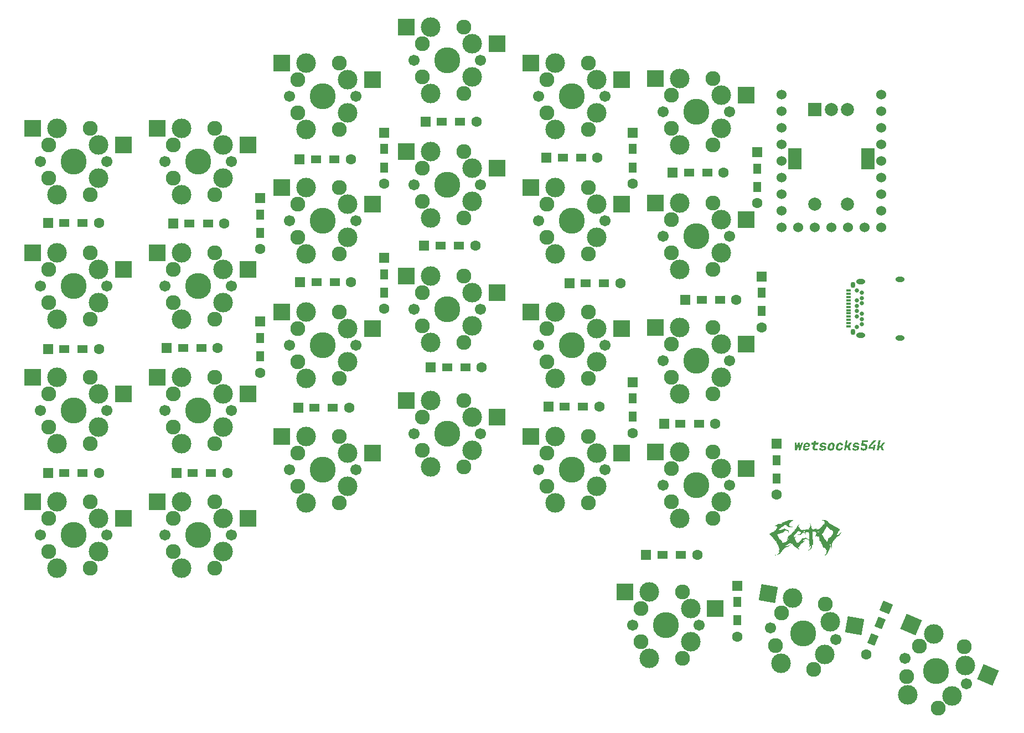
<source format=gts>
G04 #@! TF.GenerationSoftware,KiCad,Pcbnew,8.0.8*
G04 #@! TF.CreationDate,2025-01-28T12:57:42+10:00*
G04 #@! TF.ProjectId,wetsocks54k,77657473-6f63-46b7-9335-346b2e6b6963,2*
G04 #@! TF.SameCoordinates,Original*
G04 #@! TF.FileFunction,Soldermask,Top*
G04 #@! TF.FilePolarity,Negative*
%FSLAX46Y46*%
G04 Gerber Fmt 4.6, Leading zero omitted, Abs format (unit mm)*
G04 Created by KiCad (PCBNEW 8.0.8) date 2025-01-28 12:57:42*
%MOMM*%
%LPD*%
G01*
G04 APERTURE LIST*
G04 Aperture macros list*
%AMRotRect*
0 Rectangle, with rotation*
0 The origin of the aperture is its center*
0 $1 length*
0 $2 width*
0 $3 Rotation angle, in degrees counterclockwise*
0 Add horizontal line*
21,1,$1,$2,0,0,$3*%
G04 Aperture macros list end*
%ADD10C,0.150000*%
%ADD11C,0.000000*%
%ADD12R,1.600000X1.200000*%
%ADD13R,1.600000X1.600000*%
%ADD14C,1.600000*%
%ADD15C,1.701800*%
%ADD16C,3.000000*%
%ADD17C,3.987800*%
%ADD18R,2.550000X2.500000*%
%ADD19C,2.286000*%
%ADD20R,1.200000X1.600000*%
%ADD21C,1.524000*%
%ADD22C,0.650000*%
%ADD23O,0.650000X0.950000*%
%ADD24R,0.700000X0.300000*%
%ADD25O,1.400000X0.800000*%
%ADD26RotRect,1.600000X1.200000X67.000000*%
%ADD27RotRect,1.600000X1.600000X67.000000*%
%ADD28RotRect,2.550000X2.500000X350.000000*%
%ADD29RotRect,2.550000X2.500000X337.000000*%
%ADD30R,2.000000X2.000000*%
%ADD31C,2.000000*%
%ADD32R,2.000000X3.200000*%
G04 APERTURE END LIST*
D10*
G36*
X156231290Y-113090000D02*
G01*
X156239716Y-111917634D01*
X156476387Y-111917634D01*
X156467961Y-112559138D01*
X156464532Y-112637722D01*
X156458862Y-112715279D01*
X156457336Y-112732428D01*
X156450314Y-112807141D01*
X156442729Y-112882402D01*
X156442315Y-112886301D01*
X156459930Y-112812037D01*
X156476920Y-112738146D01*
X156478219Y-112732428D01*
X156496512Y-112659466D01*
X156518511Y-112584814D01*
X156526946Y-112559138D01*
X156737971Y-111917634D01*
X156978306Y-111917634D01*
X156987099Y-112559138D01*
X156987159Y-112632548D01*
X156984134Y-112710446D01*
X156982703Y-112733527D01*
X156977604Y-112808991D01*
X156972355Y-112884599D01*
X156972078Y-112888499D01*
X156987357Y-112813925D01*
X157002423Y-112739313D01*
X157003586Y-112733527D01*
X157020153Y-112659853D01*
X157040429Y-112584840D01*
X157048282Y-112559138D01*
X157242089Y-111917634D01*
X157484988Y-111917634D01*
X157124119Y-113090000D01*
X156807581Y-113090000D01*
X156816007Y-112438604D01*
X156816934Y-112362882D01*
X156818938Y-112293890D01*
X156822510Y-112217045D01*
X156826632Y-112155038D01*
X156810548Y-112227266D01*
X156806482Y-112243332D01*
X156787150Y-112315022D01*
X156777905Y-112347379D01*
X156756954Y-112417927D01*
X156750428Y-112438604D01*
X156550027Y-113090000D01*
X156231290Y-113090000D01*
G37*
G36*
X158208458Y-111898215D02*
G01*
X158282486Y-111910299D01*
X158356718Y-111933176D01*
X158384046Y-111945111D01*
X158450718Y-111984632D01*
X158508343Y-112038608D01*
X158541216Y-112086528D01*
X158569346Y-112158621D01*
X158577934Y-112232130D01*
X158572724Y-112297554D01*
X158555036Y-112372676D01*
X158521448Y-112444318D01*
X158473191Y-112503508D01*
X158455854Y-112518838D01*
X158390602Y-112560376D01*
X158314832Y-112586529D01*
X158237645Y-112596914D01*
X158210023Y-112597606D01*
X157813251Y-112597606D01*
X157802626Y-112647431D01*
X157796366Y-112725691D01*
X157818874Y-112795781D01*
X157826806Y-112805701D01*
X157891411Y-112844578D01*
X157969149Y-112855478D01*
X157975550Y-112855526D01*
X158050998Y-112848164D01*
X158096817Y-112834644D01*
X158156786Y-112791573D01*
X158167525Y-112771995D01*
X158477835Y-112771995D01*
X158448032Y-112839530D01*
X158404183Y-112908212D01*
X158349893Y-112967826D01*
X158285161Y-113018373D01*
X158276335Y-113024054D01*
X158211320Y-113058886D01*
X158140975Y-113085162D01*
X158065301Y-113102884D01*
X157984297Y-113112050D01*
X157935616Y-113113447D01*
X157853774Y-113108723D01*
X157779292Y-113094552D01*
X157705167Y-113067726D01*
X157678062Y-113053729D01*
X157617769Y-113011598D01*
X157564506Y-112954674D01*
X157524922Y-112886667D01*
X157502253Y-112816908D01*
X157493323Y-112741352D01*
X157498132Y-112660001D01*
X157500742Y-112643035D01*
X157541572Y-112386580D01*
X157842560Y-112386580D01*
X158165693Y-112386580D01*
X158224678Y-112367163D01*
X158255644Y-112299629D01*
X158256185Y-112296454D01*
X158251832Y-112220823D01*
X158222479Y-112174822D01*
X158157500Y-112137495D01*
X158089489Y-112128660D01*
X158012499Y-112138818D01*
X157945140Y-112172477D01*
X157924992Y-112190209D01*
X157879942Y-112252650D01*
X157853305Y-112326579D01*
X157846956Y-112359103D01*
X157842560Y-112386580D01*
X157541572Y-112386580D01*
X157545072Y-112364598D01*
X157563353Y-112283961D01*
X157589620Y-112210485D01*
X157623872Y-112144170D01*
X157673926Y-112075854D01*
X157734849Y-112017285D01*
X157805609Y-111969320D01*
X157873014Y-111937584D01*
X157946654Y-111914503D01*
X158026527Y-111900077D01*
X158112634Y-111894307D01*
X158127591Y-111894187D01*
X158208458Y-111898215D01*
G37*
G36*
X159312413Y-113090000D02*
G01*
X159229706Y-113083542D01*
X159158540Y-113064171D01*
X159092273Y-113026941D01*
X159050829Y-112986685D01*
X159012270Y-112922220D01*
X158991388Y-112845469D01*
X158987667Y-112766929D01*
X158994043Y-112701653D01*
X159072078Y-112194972D01*
X158759569Y-112194972D01*
X158803900Y-111917634D01*
X159116408Y-111917634D01*
X159169165Y-111589371D01*
X159485703Y-111589371D01*
X159432947Y-111917634D01*
X159886506Y-111917634D01*
X159842176Y-112194972D01*
X159388617Y-112194972D01*
X159310581Y-112702386D01*
X159319691Y-112775897D01*
X159323038Y-112781887D01*
X159388617Y-112812662D01*
X159736663Y-112812662D01*
X159692333Y-113090000D01*
X159312413Y-113090000D01*
G37*
G36*
X160402713Y-113113447D02*
G01*
X160325420Y-113109982D01*
X160244069Y-113097182D01*
X160172219Y-113074950D01*
X160101739Y-113037993D01*
X160071154Y-113014895D01*
X160017042Y-112954649D01*
X159985360Y-112884781D01*
X159976109Y-112805292D01*
X159980662Y-112756974D01*
X160290606Y-112756974D01*
X160304551Y-112831438D01*
X160321014Y-112848565D01*
X160390137Y-112875381D01*
X160440449Y-112878974D01*
X160533505Y-112878974D01*
X160610167Y-112871188D01*
X160671625Y-112847833D01*
X160724204Y-112793947D01*
X160733907Y-112762470D01*
X160715554Y-112690302D01*
X160707528Y-112683702D01*
X160636110Y-112656217D01*
X160596520Y-112649996D01*
X160337134Y-112617756D01*
X160259339Y-112600603D01*
X160188127Y-112566929D01*
X160132943Y-112517871D01*
X160119514Y-112500153D01*
X160086040Y-112433835D01*
X160069883Y-112358072D01*
X160070147Y-112281810D01*
X160073352Y-112254689D01*
X160093799Y-112170196D01*
X160126566Y-112096969D01*
X160171652Y-112035008D01*
X160229057Y-111984312D01*
X160298780Y-111944882D01*
X160380823Y-111916718D01*
X160475185Y-111899819D01*
X160554040Y-111894539D01*
X160581865Y-111894187D01*
X160681150Y-111894187D01*
X160755152Y-111897722D01*
X160830171Y-111909944D01*
X160903931Y-111933471D01*
X160916356Y-111938883D01*
X160982834Y-111976819D01*
X161038689Y-112028497D01*
X161061803Y-112060882D01*
X161091135Y-112133050D01*
X161096269Y-112207598D01*
X161092577Y-112238203D01*
X160782267Y-112238203D01*
X160764144Y-112166651D01*
X160753690Y-112157236D01*
X160681720Y-112130920D01*
X160643048Y-112128660D01*
X160543763Y-112128660D01*
X160470773Y-112137585D01*
X160427626Y-112156870D01*
X160381413Y-112216385D01*
X160377068Y-112234173D01*
X160403446Y-112300851D01*
X160476611Y-112322264D01*
X160503830Y-112326496D01*
X160752957Y-112358736D01*
X160831245Y-112374513D01*
X160904593Y-112404140D01*
X160967805Y-112451810D01*
X160992193Y-112481468D01*
X161026833Y-112550770D01*
X161041674Y-112623970D01*
X161041875Y-112697649D01*
X161035791Y-112747815D01*
X161014845Y-112833510D01*
X160980584Y-112907779D01*
X160933008Y-112970622D01*
X160872117Y-113022039D01*
X160797912Y-113062030D01*
X160710391Y-113090595D01*
X160636012Y-113104520D01*
X160554143Y-113112019D01*
X160495403Y-113113447D01*
X160402713Y-113113447D01*
G37*
G36*
X161975881Y-111897942D02*
G01*
X162051693Y-111911144D01*
X162126683Y-111936961D01*
X162160529Y-111954270D01*
X162225430Y-112000781D01*
X162276565Y-112058200D01*
X162311105Y-112119867D01*
X162334868Y-112196555D01*
X162342195Y-112273034D01*
X162337165Y-112347371D01*
X162334552Y-112364598D01*
X162290222Y-112643035D01*
X162272714Y-112723685D01*
X162247117Y-112797200D01*
X162213431Y-112863579D01*
X162163909Y-112932003D01*
X162103376Y-112990715D01*
X162032956Y-113038537D01*
X161965620Y-113070179D01*
X161891843Y-113093191D01*
X161811626Y-113107574D01*
X161724970Y-113113327D01*
X161709901Y-113113447D01*
X161628058Y-113108723D01*
X161553576Y-113094552D01*
X161479452Y-113067726D01*
X161452347Y-113053729D01*
X161392269Y-113011705D01*
X161339737Y-112955147D01*
X161301405Y-112887766D01*
X161278217Y-112811078D01*
X161270660Y-112734600D01*
X161271464Y-112720412D01*
X161592502Y-112720412D01*
X161621241Y-112785917D01*
X161684057Y-112826502D01*
X161754231Y-112836109D01*
X161829597Y-112826870D01*
X161896968Y-112793686D01*
X161944327Y-112736367D01*
X161969348Y-112666415D01*
X161973683Y-112643035D01*
X162018013Y-112364598D01*
X162020177Y-112290587D01*
X161991635Y-112220983D01*
X161929013Y-112180991D01*
X161857546Y-112171524D01*
X161782180Y-112180763D01*
X161714809Y-112213948D01*
X161667450Y-112271267D01*
X161642428Y-112341218D01*
X161638094Y-112364598D01*
X161593763Y-112643035D01*
X161592502Y-112720412D01*
X161271464Y-112720412D01*
X161274872Y-112660263D01*
X161277225Y-112643035D01*
X161321555Y-112364598D01*
X161339063Y-112283961D01*
X161364660Y-112210485D01*
X161398345Y-112144170D01*
X161447868Y-112075854D01*
X161508401Y-112017285D01*
X161578821Y-111969320D01*
X161646157Y-111937584D01*
X161719934Y-111914503D01*
X161800150Y-111900077D01*
X161886807Y-111894307D01*
X161901876Y-111894187D01*
X161975881Y-111897942D01*
G37*
G36*
X162987780Y-113113447D02*
G01*
X162914598Y-113109783D01*
X162839057Y-113096903D01*
X162763552Y-113071716D01*
X162729126Y-113054829D01*
X162668254Y-113013276D01*
X162614601Y-112956742D01*
X162574887Y-112888866D01*
X162552039Y-112818891D01*
X162542573Y-112742692D01*
X162545493Y-112668790D01*
X162548875Y-112643035D01*
X162593205Y-112364598D01*
X162610778Y-112283961D01*
X162636568Y-112210485D01*
X162670575Y-112144170D01*
X162720637Y-112075854D01*
X162781883Y-112017285D01*
X162842530Y-111975451D01*
X162909618Y-111942272D01*
X162983146Y-111917748D01*
X163063113Y-111901880D01*
X163149521Y-111894667D01*
X163179754Y-111894187D01*
X163260675Y-111898360D01*
X163334177Y-111910879D01*
X163410552Y-111936034D01*
X163476830Y-111972548D01*
X163525602Y-112012889D01*
X163576893Y-112077369D01*
X163610232Y-112152107D01*
X163624678Y-112225918D01*
X163625379Y-112307583D01*
X163623055Y-112332358D01*
X163314943Y-112332358D01*
X163304214Y-112258066D01*
X163271345Y-112214389D01*
X163203996Y-112179729D01*
X163135424Y-112171524D01*
X163057506Y-112180763D01*
X162988034Y-112213948D01*
X162939445Y-112271267D01*
X162914060Y-112341218D01*
X162909744Y-112364598D01*
X162865414Y-112643035D01*
X162864131Y-112720412D01*
X162893624Y-112785917D01*
X162958900Y-112826502D01*
X163032110Y-112836109D01*
X163107855Y-112826932D01*
X163176937Y-112796913D01*
X163180854Y-112794344D01*
X163234827Y-112740041D01*
X163262186Y-112675642D01*
X163570299Y-112675642D01*
X163551258Y-112750045D01*
X163519113Y-112828710D01*
X163476275Y-112898609D01*
X163422742Y-112959742D01*
X163377957Y-112998042D01*
X163307445Y-113043009D01*
X163240392Y-113072762D01*
X163167233Y-113094401D01*
X163087970Y-113107925D01*
X163002601Y-113113334D01*
X162987780Y-113113447D01*
G37*
G36*
X163748718Y-113090000D02*
G01*
X163993449Y-111542477D01*
X164309988Y-111542477D01*
X164179196Y-112363133D01*
X164330871Y-112363133D01*
X164643380Y-111917634D01*
X164999852Y-111917634D01*
X164588425Y-112499054D01*
X164822532Y-113090000D01*
X164476684Y-113090000D01*
X164305592Y-112640471D01*
X164136698Y-112640471D01*
X164065257Y-113090000D01*
X163748718Y-113090000D01*
G37*
G36*
X165438024Y-113113447D02*
G01*
X165360731Y-113109982D01*
X165279379Y-113097182D01*
X165207529Y-113074950D01*
X165137050Y-113037993D01*
X165106464Y-113014895D01*
X165052352Y-112954649D01*
X165020670Y-112884781D01*
X165011419Y-112805292D01*
X165015972Y-112756974D01*
X165325916Y-112756974D01*
X165339861Y-112831438D01*
X165356325Y-112848565D01*
X165425447Y-112875381D01*
X165475759Y-112878974D01*
X165568816Y-112878974D01*
X165645478Y-112871188D01*
X165706935Y-112847833D01*
X165759514Y-112793947D01*
X165769217Y-112762470D01*
X165750865Y-112690302D01*
X165742839Y-112683702D01*
X165671420Y-112656217D01*
X165631830Y-112649996D01*
X165372445Y-112617756D01*
X165294649Y-112600603D01*
X165223437Y-112566929D01*
X165168254Y-112517871D01*
X165154824Y-112500153D01*
X165121351Y-112433835D01*
X165105193Y-112358072D01*
X165105457Y-112281810D01*
X165108662Y-112254689D01*
X165129110Y-112170196D01*
X165161877Y-112096969D01*
X165206962Y-112035008D01*
X165264367Y-111984312D01*
X165334091Y-111944882D01*
X165416134Y-111916718D01*
X165510495Y-111899819D01*
X165589351Y-111894539D01*
X165617176Y-111894187D01*
X165716461Y-111894187D01*
X165790463Y-111897722D01*
X165865481Y-111909944D01*
X165939242Y-111933471D01*
X165951666Y-111938883D01*
X166018144Y-111976819D01*
X166074000Y-112028497D01*
X166097113Y-112060882D01*
X166126445Y-112133050D01*
X166131580Y-112207598D01*
X166127888Y-112238203D01*
X165817577Y-112238203D01*
X165799455Y-112166651D01*
X165789001Y-112157236D01*
X165717031Y-112130920D01*
X165678359Y-112128660D01*
X165579074Y-112128660D01*
X165506083Y-112137585D01*
X165462937Y-112156870D01*
X165416723Y-112216385D01*
X165412378Y-112234173D01*
X165438757Y-112300851D01*
X165511922Y-112322264D01*
X165539140Y-112326496D01*
X165788268Y-112358736D01*
X165866555Y-112374513D01*
X165939904Y-112404140D01*
X166003116Y-112451810D01*
X166027504Y-112481468D01*
X166062144Y-112550770D01*
X166076985Y-112623970D01*
X166077185Y-112697649D01*
X166071101Y-112747815D01*
X166050156Y-112833510D01*
X166015895Y-112907779D01*
X165968319Y-112970622D01*
X165907428Y-113022039D01*
X165833222Y-113062030D01*
X165745701Y-113090595D01*
X165671322Y-113104520D01*
X165589454Y-113112019D01*
X165530714Y-113113447D01*
X165438024Y-113113447D01*
G37*
G36*
X166741181Y-113113447D02*
G01*
X166656448Y-113109196D01*
X166579752Y-113096445D01*
X166500432Y-113070825D01*
X166432050Y-113033634D01*
X166382145Y-112992547D01*
X166336078Y-112935515D01*
X166301720Y-112860205D01*
X166287660Y-112785442D01*
X166288536Y-112702405D01*
X166293484Y-112664284D01*
X166610023Y-112664284D01*
X166613952Y-112739345D01*
X166645927Y-112789947D01*
X166713959Y-112827273D01*
X166785145Y-112836109D01*
X166859838Y-112826853D01*
X166928714Y-112793605D01*
X166936087Y-112787749D01*
X166982890Y-112729955D01*
X167005972Y-112658637D01*
X167006796Y-112653293D01*
X167025847Y-112543750D01*
X167024908Y-112464730D01*
X166985545Y-112397704D01*
X166913839Y-112367542D01*
X166859151Y-112363133D01*
X166392769Y-112363133D01*
X166523561Y-111542477D01*
X167443868Y-111542477D01*
X167397340Y-111819815D01*
X166778917Y-111819815D01*
X166736785Y-112085795D01*
X166914105Y-112085795D01*
X166999088Y-112090007D01*
X167075157Y-112102642D01*
X167152639Y-112128030D01*
X167217990Y-112164882D01*
X167264350Y-112205596D01*
X167311130Y-112271679D01*
X167339729Y-112350127D01*
X167349840Y-112428912D01*
X167347427Y-112503976D01*
X167342385Y-112544117D01*
X167323334Y-112653293D01*
X167306419Y-112730333D01*
X167280951Y-112800984D01*
X167240429Y-112875336D01*
X167188266Y-112940992D01*
X167134290Y-112990348D01*
X167073252Y-113032183D01*
X167006366Y-113065362D01*
X166933633Y-113089885D01*
X166855052Y-113105753D01*
X166770624Y-113112966D01*
X166741181Y-113113447D01*
G37*
G36*
X168156080Y-113090000D02*
G01*
X168200410Y-112804602D01*
X167529231Y-112804602D01*
X167598840Y-112362034D01*
X168303725Y-111542477D01*
X168664594Y-111542477D01*
X167879475Y-112459487D01*
X167868851Y-112527264D01*
X168244740Y-112527264D01*
X168297497Y-112197536D01*
X168614036Y-112197536D01*
X168472619Y-113090000D01*
X168156080Y-113090000D01*
G37*
G36*
X168784029Y-113090000D02*
G01*
X169028760Y-111542477D01*
X169345299Y-111542477D01*
X169214507Y-112363133D01*
X169366181Y-112363133D01*
X169678690Y-111917634D01*
X170035163Y-111917634D01*
X169623736Y-112499054D01*
X169857842Y-113090000D01*
X169511994Y-113090000D01*
X169340902Y-112640471D01*
X169172008Y-112640471D01*
X169100567Y-113090000D01*
X168784029Y-113090000D01*
G37*
D11*
G36*
X155418166Y-123732341D02*
G01*
X155438395Y-123735415D01*
X155487704Y-123741113D01*
X155556001Y-123745400D01*
X155642878Y-123748260D01*
X155747922Y-123749674D01*
X155776043Y-123749797D01*
X156028876Y-123750506D01*
X156089719Y-123783182D01*
X156129219Y-123807927D01*
X156159158Y-123833622D01*
X156169945Y-123847220D01*
X156184897Y-123873557D01*
X156187631Y-123884832D01*
X156177916Y-123881297D01*
X156155521Y-123863205D01*
X156155420Y-123863116D01*
X156106711Y-123831096D01*
X156053615Y-123817105D01*
X155995526Y-123821187D01*
X155931836Y-123843388D01*
X155861937Y-123883753D01*
X155860165Y-123884954D01*
X155814564Y-123914736D01*
X155762892Y-123946628D01*
X155715390Y-123974330D01*
X155709838Y-123977414D01*
X155668606Y-124002802D01*
X155628259Y-124032074D01*
X155596371Y-124059653D01*
X155591676Y-124064473D01*
X155531603Y-124128948D01*
X155483489Y-124181519D01*
X155445962Y-124224442D01*
X155417649Y-124259972D01*
X155397176Y-124290364D01*
X155383170Y-124317874D01*
X155374258Y-124344757D01*
X155369068Y-124373269D01*
X155366226Y-124405665D01*
X155364655Y-124437365D01*
X155363221Y-124483643D01*
X155364207Y-124516300D01*
X155368343Y-124541089D01*
X155376356Y-124563762D01*
X155382274Y-124576578D01*
X155415559Y-124623501D01*
X155463982Y-124659953D01*
X155508623Y-124679222D01*
X155533557Y-124688181D01*
X155569655Y-124702185D01*
X155610209Y-124718613D01*
X155621501Y-124723312D01*
X155680669Y-124744754D01*
X155729109Y-124755338D01*
X155745105Y-124756340D01*
X155793987Y-124754593D01*
X155850055Y-124749849D01*
X155907899Y-124742848D01*
X155962106Y-124734332D01*
X156007266Y-124725043D01*
X156036169Y-124716452D01*
X156066377Y-124706384D01*
X156079972Y-124706345D01*
X156076841Y-124716166D01*
X156056869Y-124735678D01*
X156051965Y-124739802D01*
X156034436Y-124752126D01*
X156010216Y-124764918D01*
X155976998Y-124779072D01*
X155932472Y-124795480D01*
X155874330Y-124815035D01*
X155800265Y-124838630D01*
X155780905Y-124844670D01*
X155678799Y-124876425D01*
X155601004Y-124858975D01*
X155555069Y-124850289D01*
X155499260Y-124842086D01*
X155443134Y-124835709D01*
X155422997Y-124833989D01*
X155377563Y-124830336D01*
X155345149Y-124825824D01*
X155320284Y-124817993D01*
X155297501Y-124804382D01*
X155271329Y-124782532D01*
X155236341Y-124750021D01*
X155205749Y-124724879D01*
X155169403Y-124700185D01*
X155132546Y-124678970D01*
X155100423Y-124664269D01*
X155079072Y-124659096D01*
X155052354Y-124650408D01*
X155027109Y-124628149D01*
X155007364Y-124598031D01*
X154997144Y-124565764D01*
X154998014Y-124544126D01*
X155007597Y-124526208D01*
X155027876Y-124499639D01*
X155055246Y-124468947D01*
X155069307Y-124454608D01*
X155100518Y-124422238D01*
X155128203Y-124390797D01*
X155147920Y-124365434D01*
X155152597Y-124358115D01*
X155162218Y-124340705D01*
X155163698Y-124335054D01*
X155155268Y-124341799D01*
X155135161Y-124361580D01*
X155130717Y-124366023D01*
X155106895Y-124387811D01*
X155087023Y-124402424D01*
X155077793Y-124406263D01*
X155062947Y-124411181D01*
X155038429Y-124423811D01*
X155020053Y-124434838D01*
X154994108Y-124449811D01*
X154970488Y-124458464D01*
X154942080Y-124462488D01*
X154901771Y-124463572D01*
X154899014Y-124463580D01*
X154802643Y-124473366D01*
X154708970Y-124501707D01*
X154645406Y-124532879D01*
X154617196Y-124550193D01*
X154603395Y-124562432D01*
X154600966Y-124573121D01*
X154604041Y-124580895D01*
X154606959Y-124591120D01*
X154602036Y-124601476D01*
X154586550Y-124614733D01*
X154557779Y-124633659D01*
X154543446Y-124642515D01*
X154503849Y-124668501D01*
X154464729Y-124697015D01*
X154433849Y-124722366D01*
X154431035Y-124724954D01*
X154402163Y-124748999D01*
X154373181Y-124768477D01*
X154358102Y-124775997D01*
X154313579Y-124792468D01*
X154259742Y-124811503D01*
X154193489Y-124834177D01*
X154113179Y-124861083D01*
X154029053Y-124889678D01*
X153961046Y-124914319D01*
X153906507Y-124936140D01*
X153862783Y-124956274D01*
X153827223Y-124975856D01*
X153797175Y-124996020D01*
X153796554Y-124996480D01*
X153756498Y-125027231D01*
X153732943Y-125047694D01*
X153725844Y-125057804D01*
X153735157Y-125057496D01*
X153760837Y-125046705D01*
X153802839Y-125025365D01*
X153812692Y-125020096D01*
X153858796Y-124996592D01*
X153903884Y-124975881D01*
X153942503Y-124960339D01*
X153967314Y-124952716D01*
X154006006Y-124946234D01*
X154051563Y-124941210D01*
X154098847Y-124937898D01*
X154142720Y-124936552D01*
X154178043Y-124937427D01*
X154199678Y-124940776D01*
X154200698Y-124941173D01*
X154209612Y-124946527D01*
X154202404Y-124949243D01*
X154182883Y-124950143D01*
X154152759Y-124954278D01*
X154110726Y-124964653D01*
X154062572Y-124979444D01*
X154014087Y-124996829D01*
X153971060Y-125014984D01*
X153960151Y-125020274D01*
X153922915Y-125049778D01*
X153903126Y-125079805D01*
X153884113Y-125113851D01*
X153862646Y-125147126D01*
X153857526Y-125154199D01*
X153840280Y-125184982D01*
X153831593Y-125216871D01*
X153831690Y-125244937D01*
X153840796Y-125264251D01*
X153852249Y-125269870D01*
X153872120Y-125267241D01*
X153901484Y-125257320D01*
X153925182Y-125246569D01*
X153955735Y-125232009D01*
X153978327Y-125225614D01*
X154002026Y-125226154D01*
X154033475Y-125231900D01*
X154065654Y-125237241D01*
X154095192Y-125238282D01*
X154129244Y-125234747D01*
X154174478Y-125226459D01*
X154221953Y-125214939D01*
X154260221Y-125201880D01*
X154284225Y-125189011D01*
X154284322Y-125188932D01*
X154305102Y-125177251D01*
X154338851Y-125163642D01*
X154379557Y-125150422D01*
X154396152Y-125145836D01*
X154469966Y-125125001D01*
X154528551Y-125104739D01*
X154576004Y-125083427D01*
X154616423Y-125059444D01*
X154619273Y-125057500D01*
X154657743Y-125037314D01*
X154696133Y-125027805D01*
X154729877Y-125029197D01*
X154754413Y-125041717D01*
X154760954Y-125050501D01*
X154779149Y-125074594D01*
X154808817Y-125103331D01*
X154844429Y-125131914D01*
X154880456Y-125155544D01*
X154884673Y-125157888D01*
X154933687Y-125184205D01*
X154969431Y-125202382D01*
X154995542Y-125213893D01*
X155015658Y-125220211D01*
X155033416Y-125222810D01*
X155045934Y-125223204D01*
X155087686Y-125229885D01*
X155138575Y-125248489D01*
X155194060Y-125277112D01*
X155231714Y-125301065D01*
X155278796Y-125344947D01*
X155311794Y-125401433D01*
X155330006Y-125469012D01*
X155333585Y-125519980D01*
X155331786Y-125567769D01*
X155326904Y-125611581D01*
X155319713Y-125647514D01*
X155310986Y-125671668D01*
X155301827Y-125680153D01*
X155290938Y-125686888D01*
X155271136Y-125704725D01*
X155246296Y-125730115D01*
X155240807Y-125736068D01*
X155216118Y-125761662D01*
X155196305Y-125779493D01*
X155184880Y-125786475D01*
X155183766Y-125786184D01*
X155185614Y-125775786D01*
X155195553Y-125752673D01*
X155211751Y-125720855D01*
X155222439Y-125701496D01*
X155252367Y-125640706D01*
X155266927Y-125590539D01*
X155266262Y-125549886D01*
X155250518Y-125517637D01*
X155246876Y-125513469D01*
X155232522Y-125495937D01*
X155226617Y-125484546D01*
X155218815Y-125476356D01*
X155198554Y-125462355D01*
X155175564Y-125448647D01*
X155129737Y-125426908D01*
X155077175Y-125410435D01*
X155012668Y-125397746D01*
X154980266Y-125393124D01*
X154942698Y-125386410D01*
X154905985Y-125377096D01*
X154896539Y-125374030D01*
X154873791Y-125367723D01*
X154850176Y-125366104D01*
X154819261Y-125369237D01*
X154785307Y-125375140D01*
X154749180Y-125382528D01*
X154723334Y-125390578D01*
X154701821Y-125402622D01*
X154678692Y-125421989D01*
X154647999Y-125452010D01*
X154647985Y-125452024D01*
X154619195Y-125479733D01*
X154594835Y-125501198D01*
X154578560Y-125513287D01*
X154574695Y-125514839D01*
X154557120Y-125521671D01*
X154533991Y-125538651D01*
X154510928Y-125560510D01*
X154493551Y-125581977D01*
X154487418Y-125596692D01*
X154481824Y-125623609D01*
X154462667Y-125643144D01*
X154451477Y-125649665D01*
X154427931Y-125660072D01*
X154391613Y-125673945D01*
X154348410Y-125689263D01*
X154304209Y-125704008D01*
X154264897Y-125716158D01*
X154236362Y-125723693D01*
X154234733Y-125724034D01*
X154209301Y-125730495D01*
X154172604Y-125741395D01*
X154131691Y-125754617D01*
X154122903Y-125757600D01*
X154079559Y-125771316D01*
X154036413Y-125783090D01*
X154001822Y-125790670D01*
X153997714Y-125791332D01*
X153950925Y-125802287D01*
X153891260Y-125822577D01*
X153822112Y-125850880D01*
X153746873Y-125885876D01*
X153718505Y-125900084D01*
X153671693Y-125921989D01*
X153631961Y-125936718D01*
X153603722Y-125942661D01*
X153601766Y-125942710D01*
X153579718Y-125946174D01*
X153553560Y-125957904D01*
X153519376Y-125979910D01*
X153495635Y-125997197D01*
X153460477Y-126023860D01*
X153428764Y-126048585D01*
X153405552Y-126067403D01*
X153399588Y-126072560D01*
X153380546Y-126095329D01*
X153361850Y-126126355D01*
X153347355Y-126158207D01*
X153340913Y-126183453D01*
X153340867Y-126185819D01*
X153344523Y-126185889D01*
X153353671Y-126171331D01*
X153364051Y-126150175D01*
X153380428Y-126118927D01*
X153399443Y-126095534D01*
X153425414Y-126076656D01*
X153462661Y-126058958D01*
X153501111Y-126044262D01*
X153553886Y-126029412D01*
X153606869Y-126021919D01*
X153653870Y-126022300D01*
X153683991Y-126029000D01*
X153692267Y-126034526D01*
X153686412Y-126041106D01*
X153664269Y-126050994D01*
X153662105Y-126051848D01*
X153636195Y-126064842D01*
X153618906Y-126078702D01*
X153616124Y-126083108D01*
X153616049Y-126107685D01*
X153629270Y-126141286D01*
X153654198Y-126180417D01*
X153668853Y-126198950D01*
X153691535Y-126229204D01*
X153710604Y-126260107D01*
X153716779Y-126272720D01*
X153733071Y-126304550D01*
X153752953Y-126335174D01*
X153753524Y-126335929D01*
X153769859Y-126362229D01*
X153787193Y-126397416D01*
X153796495Y-126420033D01*
X153812188Y-126454368D01*
X153830781Y-126484423D01*
X153842285Y-126497828D01*
X153860305Y-126517574D01*
X153883863Y-126547568D01*
X153908114Y-126581614D01*
X153910066Y-126584517D01*
X153964557Y-126663900D01*
X154012409Y-126728540D01*
X154055964Y-126780946D01*
X154097563Y-126823628D01*
X154139550Y-126859094D01*
X154184265Y-126889853D01*
X154208681Y-126904425D01*
X154262721Y-126944142D01*
X154299138Y-126991580D01*
X154318059Y-127047110D01*
X154319608Y-127111109D01*
X154303909Y-127183949D01*
X154302861Y-127187249D01*
X154286929Y-127259248D01*
X154284637Y-127330000D01*
X154295278Y-127396096D01*
X154318150Y-127454129D01*
X154352549Y-127500688D01*
X154370874Y-127516455D01*
X154404909Y-127541597D01*
X154379659Y-127512808D01*
X154344793Y-127467555D01*
X154326030Y-127427505D01*
X154322472Y-127388410D01*
X154333225Y-127346024D01*
X154340756Y-127328430D01*
X154354715Y-127304404D01*
X154373859Y-127278836D01*
X154394997Y-127254967D01*
X154414942Y-127236037D01*
X154430505Y-127225286D01*
X154438498Y-127225957D01*
X154438945Y-127228639D01*
X154444048Y-127245952D01*
X154448445Y-127250497D01*
X154467728Y-127252518D01*
X154498329Y-127244607D01*
X154535924Y-127228389D01*
X154576188Y-127205490D01*
X154586838Y-127198453D01*
X154631312Y-127172706D01*
X154673183Y-127156718D01*
X154685883Y-127154055D01*
X154712907Y-127146823D01*
X154751141Y-127132512D01*
X154794763Y-127113438D01*
X154824859Y-127098764D01*
X154909618Y-127047877D01*
X154985216Y-126987433D01*
X155048483Y-126920445D01*
X155096248Y-126849923D01*
X155105206Y-126832488D01*
X155121764Y-126799616D01*
X155136775Y-126776370D01*
X155154954Y-126757880D01*
X155181014Y-126739279D01*
X155216375Y-126717657D01*
X155260103Y-126689420D01*
X155305396Y-126656673D01*
X155343841Y-126625568D01*
X155350664Y-126619445D01*
X155388456Y-126585939D01*
X155419344Y-126562942D01*
X155449779Y-126546825D01*
X155486208Y-126533956D01*
X155518347Y-126525037D01*
X155575735Y-126509964D01*
X155988358Y-126509964D01*
X155989693Y-126515745D01*
X155994841Y-126516447D01*
X156002845Y-126512889D01*
X156001323Y-126509964D01*
X155989783Y-126508800D01*
X155988358Y-126509964D01*
X155575735Y-126509964D01*
X155581556Y-126508435D01*
X155535840Y-126507579D01*
X155479618Y-126512289D01*
X155414925Y-126527184D01*
X155348725Y-126550624D01*
X155343309Y-126552933D01*
X155308639Y-126566058D01*
X155274324Y-126576218D01*
X155264571Y-126578349D01*
X155233667Y-126590279D01*
X155218555Y-126609064D01*
X155202236Y-126629900D01*
X155177584Y-126647634D01*
X155175739Y-126648551D01*
X155149788Y-126667858D01*
X155120365Y-126700653D01*
X155091187Y-126742355D01*
X155071635Y-126776846D01*
X155059532Y-126793358D01*
X155050427Y-126792459D01*
X155045512Y-126776101D01*
X155045977Y-126746237D01*
X155047109Y-126736627D01*
X155053413Y-126697946D01*
X155062166Y-126660436D01*
X155074512Y-126621253D01*
X155091595Y-126577555D01*
X155114559Y-126526498D01*
X155144547Y-126465237D01*
X155182703Y-126390931D01*
X155197733Y-126362203D01*
X155216163Y-126310260D01*
X155221690Y-126260098D01*
X155224615Y-126214769D01*
X155231040Y-126185920D01*
X155242076Y-126170728D01*
X155258530Y-126166370D01*
X155280011Y-126162814D01*
X155313458Y-126153505D01*
X155353019Y-126140483D01*
X155392842Y-126125787D01*
X155427074Y-126111455D01*
X155449296Y-126099900D01*
X155478794Y-126079374D01*
X155506994Y-126056044D01*
X155540638Y-126024286D01*
X155544485Y-126020505D01*
X155573550Y-125995476D01*
X155609424Y-125969333D01*
X155628916Y-125956947D01*
X155645070Y-125946955D01*
X155659445Y-125936404D01*
X155673601Y-125923240D01*
X155689101Y-125905411D01*
X155707504Y-125880866D01*
X155730374Y-125847551D01*
X155759270Y-125803413D01*
X155795755Y-125746402D01*
X155829328Y-125693500D01*
X155856265Y-125652959D01*
X155881287Y-125621129D01*
X155909422Y-125592717D01*
X155945695Y-125562428D01*
X155975193Y-125539844D01*
X156021107Y-125506638D01*
X156070788Y-125472795D01*
X156117110Y-125443081D01*
X156142628Y-125427906D01*
X156181309Y-125403073D01*
X156224707Y-125370520D01*
X156268966Y-125333676D01*
X156310232Y-125295967D01*
X156344646Y-125260820D01*
X156368354Y-125231662D01*
X156374112Y-125222179D01*
X156377596Y-125212208D01*
X156370723Y-125214696D01*
X156352165Y-125230336D01*
X156343654Y-125238129D01*
X156313970Y-125264121D01*
X156276462Y-125294947D01*
X156239086Y-125324072D01*
X156237949Y-125324927D01*
X156206491Y-125348554D01*
X156179878Y-125368549D01*
X156162911Y-125381304D01*
X156160871Y-125382839D01*
X156157274Y-125381777D01*
X156163252Y-125366832D01*
X156177538Y-125340266D01*
X156198864Y-125304341D01*
X156225962Y-125261318D01*
X156246985Y-125229242D01*
X156273730Y-125188803D01*
X156301658Y-125146190D01*
X156324859Y-125110418D01*
X156325468Y-125109470D01*
X156351747Y-125074719D01*
X156383142Y-125041676D01*
X156403263Y-125024757D01*
X156426123Y-125006682D01*
X156446681Y-124986274D01*
X156467760Y-124959965D01*
X156492185Y-124924186D01*
X156522781Y-124875368D01*
X156527181Y-124868170D01*
X156548118Y-124832405D01*
X156571672Y-124789864D01*
X156596002Y-124744160D01*
X156619270Y-124698907D01*
X156639638Y-124657719D01*
X156655264Y-124624210D01*
X156664312Y-124601992D01*
X156665821Y-124595735D01*
X156670650Y-124582886D01*
X156674669Y-124581301D01*
X156685484Y-124574721D01*
X156704866Y-124557574D01*
X156725721Y-124536580D01*
X156758797Y-124505476D01*
X156798037Y-124474015D01*
X156821410Y-124457799D01*
X156858386Y-124431922D01*
X156895967Y-124402004D01*
X156916019Y-124384004D01*
X156938698Y-124363650D01*
X156955673Y-124351296D01*
X156962280Y-124349405D01*
X156960432Y-124360128D01*
X156948939Y-124381861D01*
X156930576Y-124410648D01*
X156908119Y-124442533D01*
X156884342Y-124473559D01*
X156862021Y-124499770D01*
X156845434Y-124516002D01*
X156825830Y-124533716D01*
X156815504Y-124546172D01*
X156815101Y-124549061D01*
X156814073Y-124559653D01*
X156806941Y-124582717D01*
X156797380Y-124607890D01*
X156784733Y-124643041D01*
X156780534Y-124668806D01*
X156783687Y-124692749D01*
X156784597Y-124696186D01*
X156788551Y-124737640D01*
X156781972Y-124772857D01*
X156775086Y-124808354D01*
X156777824Y-124840149D01*
X156782120Y-124856494D01*
X156800017Y-124913372D01*
X156815700Y-124954806D01*
X156830774Y-124984420D01*
X156846845Y-125005840D01*
X156849455Y-125008585D01*
X156862786Y-125021361D01*
X156865843Y-125022384D01*
X156863911Y-125019436D01*
X156836680Y-124970444D01*
X156815340Y-124908282D01*
X156812249Y-124895863D01*
X156805984Y-124863316D01*
X156806412Y-124840777D01*
X156813932Y-124819854D01*
X156816056Y-124815637D01*
X156829414Y-124793549D01*
X156838072Y-124786192D01*
X156840135Y-124794457D01*
X156837943Y-124805339D01*
X156840985Y-124827672D01*
X156857879Y-124847907D01*
X156883254Y-124860989D01*
X156899532Y-124863308D01*
X156924012Y-124869810D01*
X156945665Y-124885487D01*
X156957128Y-124904596D01*
X156957551Y-124908569D01*
X156964051Y-124921176D01*
X156979960Y-124939263D01*
X156982574Y-124941771D01*
X156999419Y-124962005D01*
X157020393Y-124993322D01*
X157041209Y-125029272D01*
X157042976Y-125032606D01*
X157067134Y-125073965D01*
X157088186Y-125099247D01*
X157105355Y-125110125D01*
X157128472Y-125126150D01*
X157146833Y-125150841D01*
X157147202Y-125151603D01*
X157161938Y-125170980D01*
X157187384Y-125194471D01*
X157218181Y-125218139D01*
X157248974Y-125238050D01*
X157274404Y-125250267D01*
X157284234Y-125252282D01*
X157298480Y-125256014D01*
X157324426Y-125265742D01*
X157352608Y-125277683D01*
X157388482Y-125292018D01*
X157418510Y-125298662D01*
X157452645Y-125299248D01*
X157474755Y-125297749D01*
X157523675Y-125290510D01*
X157555150Y-125278403D01*
X157560009Y-125274779D01*
X157598002Y-125240524D01*
X157622355Y-125215525D01*
X157635080Y-125197494D01*
X157638256Y-125185734D01*
X157643825Y-125164101D01*
X157651562Y-125150282D01*
X157662336Y-125137840D01*
X157669761Y-125141878D01*
X157675587Y-125152112D01*
X157682035Y-125173186D01*
X157686639Y-125204824D01*
X157687865Y-125224366D01*
X157686134Y-125262171D01*
X157676853Y-125297454D01*
X157660020Y-125334939D01*
X157633437Y-125393996D01*
X157607221Y-125463116D01*
X157584596Y-125533158D01*
X157569520Y-125591500D01*
X157559938Y-125624995D01*
X157546934Y-125645107D01*
X157532165Y-125655389D01*
X157508529Y-125670423D01*
X157492922Y-125684374D01*
X157474320Y-125695663D01*
X157452357Y-125699602D01*
X157430530Y-125704703D01*
X157403733Y-125721383D01*
X157369749Y-125750654D01*
X157335459Y-125784311D01*
X157299359Y-125822509D01*
X157263828Y-125862385D01*
X157231245Y-125901075D01*
X157203988Y-125935714D01*
X157184438Y-125963439D01*
X157174971Y-125981386D01*
X157174651Y-125985551D01*
X157170849Y-125998410D01*
X157155947Y-126011093D01*
X157137684Y-126018589D01*
X157125580Y-126017321D01*
X157111610Y-126016905D01*
X157087433Y-126022505D01*
X157078462Y-126025472D01*
X157042911Y-126034467D01*
X157003804Y-126039336D01*
X156996449Y-126039581D01*
X156959366Y-126042311D01*
X156923059Y-126048452D01*
X156916471Y-126050121D01*
X156883233Y-126052529D01*
X156839254Y-126046513D01*
X156790380Y-126033809D01*
X156742454Y-126016152D01*
X156701321Y-125995278D01*
X156679899Y-125979857D01*
X156658163Y-125958534D01*
X156647944Y-125944072D01*
X156649655Y-125938676D01*
X156663713Y-125944552D01*
X156674615Y-125951773D01*
X156702551Y-125965811D01*
X156730917Y-125971877D01*
X156731634Y-125971883D01*
X156758595Y-125973737D01*
X156793605Y-125978426D01*
X156809464Y-125981186D01*
X156843890Y-125985544D01*
X156874271Y-125982819D01*
X156911036Y-125972028D01*
X156912654Y-125971462D01*
X156945535Y-125961027D01*
X156973428Y-125954115D01*
X156986139Y-125952435D01*
X157005138Y-125944534D01*
X157016962Y-125930555D01*
X157030220Y-125909098D01*
X157049364Y-125882144D01*
X157055729Y-125873838D01*
X157074957Y-125844192D01*
X157094179Y-125806615D01*
X157103315Y-125784763D01*
X157119589Y-125749882D01*
X157138001Y-125723404D01*
X157147496Y-125714872D01*
X157173246Y-125687543D01*
X157191264Y-125647078D01*
X157199359Y-125598985D01*
X157199532Y-125584153D01*
X157198020Y-125562082D01*
X157195380Y-125554617D01*
X157193496Y-125558599D01*
X157185827Y-125584215D01*
X157180532Y-125599260D01*
X157172475Y-125620473D01*
X157145239Y-125596967D01*
X157091285Y-125552139D01*
X157044167Y-125516451D01*
X157041716Y-125514839D01*
X157182747Y-125514839D01*
X157184275Y-125528644D01*
X157187651Y-125526994D01*
X157188936Y-125507085D01*
X157187651Y-125502684D01*
X157184102Y-125501462D01*
X157182747Y-125514839D01*
X157041716Y-125514839D01*
X157005826Y-125491233D01*
X156978202Y-125477814D01*
X156968645Y-125475942D01*
X156944548Y-125469441D01*
X156920092Y-125453715D01*
X156919186Y-125452890D01*
X156893767Y-125431537D01*
X156869648Y-125414215D01*
X156851695Y-125404788D01*
X156836104Y-125404734D01*
X156813651Y-125414241D01*
X156811302Y-125415411D01*
X156788773Y-125429451D01*
X156780408Y-125444757D01*
X156780450Y-125458947D01*
X156780893Y-125480341D01*
X156776028Y-125483277D01*
X156766204Y-125467905D01*
X156757756Y-125449200D01*
X156747222Y-125405199D01*
X156748358Y-125378698D01*
X156754254Y-125344663D01*
X156706194Y-125398147D01*
X156682028Y-125428591D01*
X156652962Y-125470571D01*
X156622861Y-125518262D01*
X156598543Y-125560406D01*
X156560121Y-125626012D01*
X156524219Y-125677134D01*
X156487867Y-125717948D01*
X156483262Y-125722419D01*
X156420446Y-125783499D01*
X156348954Y-125854787D01*
X156273059Y-125931980D01*
X156199855Y-126007821D01*
X156161809Y-126048894D01*
X156136305Y-126079847D01*
X156121324Y-126103454D01*
X156114849Y-126122487D01*
X156114483Y-126125151D01*
X156116240Y-126161237D01*
X156129489Y-126185641D01*
X156152562Y-126195472D01*
X156155061Y-126195543D01*
X156178004Y-126199570D01*
X156185551Y-126209618D01*
X156179515Y-126222641D01*
X156161703Y-126235592D01*
X156133927Y-126245426D01*
X156124341Y-126247247D01*
X156091073Y-126249866D01*
X156060142Y-126248454D01*
X156058049Y-126248131D01*
X155993396Y-126239119D01*
X155944652Y-126236698D01*
X155909428Y-126240860D01*
X155891743Y-126247573D01*
X155863562Y-126262835D01*
X155893620Y-126263225D01*
X155948040Y-126270865D01*
X155999227Y-126290490D01*
X156040208Y-126319241D01*
X156046674Y-126325957D01*
X156077498Y-126360559D01*
X156169879Y-126362961D01*
X156213240Y-126363797D01*
X156242734Y-126362784D01*
X156263932Y-126358711D01*
X156282403Y-126350368D01*
X156303720Y-126336543D01*
X156309353Y-126332640D01*
X156349008Y-126298060D01*
X156374543Y-126257554D01*
X156375647Y-126255023D01*
X156395710Y-126216130D01*
X156417797Y-126186214D01*
X156438810Y-126169031D01*
X156448718Y-126166370D01*
X156460639Y-126170763D01*
X156456600Y-126181764D01*
X156442161Y-126193287D01*
X156426882Y-126207622D01*
X156422712Y-126217947D01*
X156418637Y-126231567D01*
X156407661Y-126258172D01*
X156391659Y-126293391D01*
X156379601Y-126318522D01*
X156358047Y-126360819D01*
X156341162Y-126388831D01*
X156326190Y-126406249D01*
X156310375Y-126416764D01*
X156304237Y-126419453D01*
X156272753Y-126434432D01*
X156244734Y-126451099D01*
X156203915Y-126473514D01*
X156151445Y-126494235D01*
X156095090Y-126510456D01*
X156062911Y-126516819D01*
X156040236Y-126520622D01*
X156033024Y-126522669D01*
X156042376Y-126523103D01*
X156069394Y-126522070D01*
X156093705Y-126520849D01*
X156134053Y-126518137D01*
X156168219Y-126514734D01*
X156190555Y-126511241D01*
X156194502Y-126510119D01*
X156205929Y-126508526D01*
X156205796Y-126519903D01*
X156204233Y-126525167D01*
X156203417Y-126548546D01*
X156208833Y-126560275D01*
X156215519Y-126580575D01*
X156214004Y-126602300D01*
X156212298Y-126622999D01*
X156221359Y-126637716D01*
X156238463Y-126650026D01*
X156263242Y-126672354D01*
X156290593Y-126707328D01*
X156317442Y-126749604D01*
X156340715Y-126793840D01*
X156357337Y-126834693D01*
X156364232Y-126866820D01*
X156364271Y-126868630D01*
X156372686Y-126896626D01*
X156395840Y-126927534D01*
X156395970Y-126927668D01*
X156441333Y-126985528D01*
X156475070Y-127050909D01*
X156475936Y-127053154D01*
X156488325Y-127076507D01*
X156507929Y-127104880D01*
X156517111Y-127116362D01*
X156540182Y-127144264D01*
X156568362Y-127179050D01*
X156590546Y-127206876D01*
X156621867Y-127242092D01*
X156653161Y-127265784D01*
X156687878Y-127282364D01*
X156742966Y-127304368D01*
X156811870Y-127285273D01*
X156851149Y-127272621D01*
X156888743Y-127257504D01*
X156920276Y-127242036D01*
X156941371Y-127228334D01*
X156947827Y-127219551D01*
X156940891Y-127220463D01*
X156924164Y-127229869D01*
X156923719Y-127230159D01*
X156902218Y-127240031D01*
X156868682Y-127250931D01*
X156830235Y-127260554D01*
X156828907Y-127260835D01*
X156790782Y-127268235D01*
X156764658Y-127270851D01*
X156743666Y-127268619D01*
X156720940Y-127261472D01*
X156716375Y-127259750D01*
X156691671Y-127249539D01*
X156682694Y-127242279D01*
X156686744Y-127234706D01*
X156692064Y-127230350D01*
X156713232Y-127218657D01*
X156741725Y-127207902D01*
X156745149Y-127206900D01*
X156772363Y-127195031D01*
X156805201Y-127174933D01*
X156827627Y-127158121D01*
X156852939Y-127137902D01*
X156872109Y-127123878D01*
X156880248Y-127119357D01*
X156890979Y-127112625D01*
X156911810Y-127094413D01*
X156939829Y-127067695D01*
X156972124Y-127035445D01*
X157005783Y-127000637D01*
X157037893Y-126966246D01*
X157065543Y-126935246D01*
X157085820Y-126910612D01*
X157089544Y-126905590D01*
X157118247Y-126868225D01*
X157152037Y-126828041D01*
X157174411Y-126803484D01*
X157221597Y-126743936D01*
X157254215Y-126680468D01*
X157267585Y-126633139D01*
X157279670Y-126603135D01*
X157304681Y-126581921D01*
X157340980Y-126569931D01*
X157774396Y-126569931D01*
X157779259Y-126574793D01*
X157784121Y-126569931D01*
X157779259Y-126565069D01*
X157774396Y-126569931D01*
X157340980Y-126569931D01*
X157344113Y-126568896D01*
X157399458Y-126563457D01*
X157440062Y-126563559D01*
X157493986Y-126563591D01*
X157536441Y-126559475D01*
X157575134Y-126550317D01*
X157587000Y-126546507D01*
X157625995Y-126533956D01*
X157664570Y-126522468D01*
X157685520Y-126516801D01*
X157723003Y-126507423D01*
X157762094Y-126497651D01*
X157766960Y-126496435D01*
X157796130Y-126487121D01*
X157818655Y-126476432D01*
X157822875Y-126473394D01*
X157853994Y-126458343D01*
X157894767Y-126455291D01*
X157940283Y-126463349D01*
X157985631Y-126481627D01*
X158025900Y-126509238D01*
X158027184Y-126510387D01*
X158057437Y-126534547D01*
X158091499Y-126557001D01*
X158123789Y-126574501D01*
X158148726Y-126583801D01*
X158154580Y-126584517D01*
X158169145Y-126587721D01*
X158195767Y-126596072D01*
X158224935Y-126606397D01*
X158258711Y-126621403D01*
X158291614Y-126642063D01*
X158328367Y-126671704D01*
X158364047Y-126704434D01*
X158404423Y-126744894D01*
X158432689Y-126777831D01*
X158447352Y-126801446D01*
X158448892Y-126806540D01*
X158449941Y-126804628D01*
X158450431Y-126785552D01*
X158450377Y-126751586D01*
X158449795Y-126705007D01*
X158448700Y-126648091D01*
X158447528Y-126599104D01*
X158445971Y-126535896D01*
X158691598Y-126535896D01*
X158692096Y-126562611D01*
X158693409Y-126574507D01*
X158695268Y-126569402D01*
X158695520Y-126567500D01*
X158697129Y-126533401D01*
X158695520Y-126504292D01*
X158693613Y-126496952D01*
X158692218Y-126506880D01*
X158691606Y-126531896D01*
X158691598Y-126535896D01*
X158445971Y-126535896D01*
X158445675Y-126523859D01*
X158443914Y-126446125D01*
X158442349Y-126370970D01*
X158441085Y-126303465D01*
X158440226Y-126248681D01*
X158440051Y-126234441D01*
X158437628Y-126156798D01*
X158431854Y-126092081D01*
X158422089Y-126033955D01*
X158418112Y-126016111D01*
X158409913Y-125976753D01*
X158405105Y-125944236D01*
X158404307Y-125923372D01*
X158405563Y-125918867D01*
X158411490Y-125900990D01*
X158414399Y-125871408D01*
X158414191Y-125837643D01*
X158410768Y-125807217D01*
X158407193Y-125793859D01*
X158394866Y-125772985D01*
X158373931Y-125747222D01*
X158362058Y-125734911D01*
X158341012Y-125712143D01*
X158334257Y-125694682D01*
X158342207Y-125677053D01*
X158365273Y-125653782D01*
X158368376Y-125650980D01*
X158382650Y-125630736D01*
X158391222Y-125608215D01*
X158397846Y-125580037D01*
X158307350Y-125587297D01*
X158258604Y-125591084D01*
X158209105Y-125594723D01*
X158167659Y-125597574D01*
X158158508Y-125598155D01*
X158081788Y-125604589D01*
X158022748Y-125613445D01*
X157979740Y-125624988D01*
X157972573Y-125627786D01*
X157949901Y-125636712D01*
X157936073Y-125641148D01*
X157935161Y-125641256D01*
X157929677Y-125633930D01*
X157931302Y-125617437D01*
X157938445Y-125600005D01*
X157944573Y-125592634D01*
X157956916Y-125576350D01*
X157959159Y-125567647D01*
X157963975Y-125550472D01*
X157976029Y-125523836D01*
X157991732Y-125494431D01*
X158001390Y-125478819D01*
X159703390Y-125478819D01*
X159708760Y-125498008D01*
X159721416Y-125528846D01*
X159742093Y-125573623D01*
X159753517Y-125597496D01*
X159772396Y-125637978D01*
X159788412Y-125674687D01*
X159799291Y-125702292D01*
X159802283Y-125711757D01*
X159809359Y-125731064D01*
X159816325Y-125738499D01*
X159826356Y-125731878D01*
X159844907Y-125714674D01*
X159863893Y-125694957D01*
X159885300Y-125669487D01*
X159899860Y-125647864D01*
X159904029Y-125636935D01*
X159910141Y-125622617D01*
X159920737Y-125607220D01*
X160252311Y-125607220D01*
X160257622Y-125644690D01*
X160265925Y-125672082D01*
X160284242Y-125712736D01*
X160311158Y-125764176D01*
X160345259Y-125823926D01*
X160385132Y-125889511D01*
X160429363Y-125958455D01*
X160476538Y-126028283D01*
X160477336Y-126029433D01*
X160500288Y-126057944D01*
X160524892Y-126081838D01*
X160535720Y-126089759D01*
X160552351Y-126103332D01*
X160566073Y-126124074D01*
X160579483Y-126156588D01*
X160588229Y-126182937D01*
X160604829Y-126232580D01*
X160626130Y-126292085D01*
X160650074Y-126356085D01*
X160674604Y-126419212D01*
X160697662Y-126476095D01*
X160717190Y-126521367D01*
X160721651Y-126531033D01*
X160741843Y-126565012D01*
X160769883Y-126601641D01*
X160791066Y-126624391D01*
X160837566Y-126669126D01*
X160837397Y-126750807D01*
X160835504Y-126801388D01*
X160830663Y-126859492D01*
X160823867Y-126913597D01*
X160822847Y-126920007D01*
X160815100Y-126985141D01*
X160810447Y-127063640D01*
X160808924Y-127149663D01*
X160810565Y-127237368D01*
X160815403Y-127320915D01*
X160820223Y-127369759D01*
X160825231Y-127411005D01*
X160829438Y-127443933D01*
X160832318Y-127464516D01*
X160833280Y-127469433D01*
X160833615Y-127460191D01*
X160833845Y-127434394D01*
X160833961Y-127394934D01*
X160833957Y-127344705D01*
X160833825Y-127286600D01*
X160833776Y-127272515D01*
X160833677Y-127204320D01*
X160834181Y-127151600D01*
X160835639Y-127110383D01*
X160838398Y-127076698D01*
X160842809Y-127046572D01*
X160849220Y-127016033D01*
X160857981Y-126981110D01*
X160860104Y-126973029D01*
X160872634Y-126920121D01*
X160883694Y-126863703D01*
X160891641Y-126812593D01*
X160893966Y-126791405D01*
X160900775Y-126712348D01*
X160959121Y-126780324D01*
X160997151Y-126825186D01*
X161024614Y-126859489D01*
X161043997Y-126887093D01*
X161057785Y-126911855D01*
X161068464Y-126937635D01*
X161076942Y-126963189D01*
X161087525Y-126993591D01*
X161097036Y-127014851D01*
X161102901Y-127022030D01*
X161110716Y-127030242D01*
X161122430Y-127051184D01*
X161130297Y-127068304D01*
X161147003Y-127101308D01*
X161166224Y-127130447D01*
X161184429Y-127150996D01*
X161197502Y-127158254D01*
X161204593Y-127152644D01*
X161214386Y-127134567D01*
X161227706Y-127102150D01*
X161245377Y-127053521D01*
X161251980Y-127034536D01*
X161262251Y-127001968D01*
X161270188Y-126969031D01*
X161276118Y-126932478D01*
X161280371Y-126889065D01*
X161283275Y-126835548D01*
X161285159Y-126768681D01*
X161286232Y-126696367D01*
X161287919Y-126642393D01*
X161292139Y-126604730D01*
X161299728Y-126580316D01*
X161311522Y-126566087D01*
X161323368Y-126560338D01*
X161337140Y-126552090D01*
X161338239Y-126545408D01*
X161341296Y-126535264D01*
X161356412Y-126524553D01*
X161376773Y-126517404D01*
X161386067Y-126516447D01*
X161399938Y-126510895D01*
X161424954Y-126495980D01*
X161456931Y-126474308D01*
X161476656Y-126459944D01*
X161518360Y-126429782D01*
X161562844Y-126399183D01*
X161602261Y-126373503D01*
X161612255Y-126367361D01*
X161667824Y-126330026D01*
X161719205Y-126288302D01*
X161761876Y-126246226D01*
X161791315Y-126207831D01*
X161791649Y-126207276D01*
X161811459Y-126176991D01*
X161835760Y-126143392D01*
X161844897Y-126131635D01*
X161865719Y-126102692D01*
X161890134Y-126064564D01*
X161912926Y-126025408D01*
X161913331Y-126024668D01*
X161937232Y-125983798D01*
X161964104Y-125942169D01*
X161987405Y-125909761D01*
X162009054Y-125878570D01*
X162034140Y-125837037D01*
X162058245Y-125792611D01*
X162065281Y-125778482D01*
X162084483Y-125737661D01*
X162096450Y-125706903D01*
X162102897Y-125679006D01*
X162105540Y-125646767D01*
X162106088Y-125607220D01*
X162102790Y-125497500D01*
X162091839Y-125400454D01*
X162072496Y-125310577D01*
X162061087Y-125271730D01*
X162047604Y-125233040D01*
X162030955Y-125190871D01*
X162012805Y-125148772D01*
X161994820Y-125110290D01*
X161978665Y-125078975D01*
X161966004Y-125058373D01*
X161958503Y-125052032D01*
X161958115Y-125052305D01*
X161959727Y-125062390D01*
X161968353Y-125082739D01*
X161971233Y-125088476D01*
X161988550Y-125127854D01*
X162004663Y-125175145D01*
X162018870Y-125226690D01*
X162030472Y-125278827D01*
X162038767Y-125327897D01*
X162043056Y-125370239D01*
X162042637Y-125402193D01*
X162036810Y-125420097D01*
X162034995Y-125421634D01*
X162025069Y-125422780D01*
X162023937Y-125419568D01*
X162018424Y-125407469D01*
X162004232Y-125385761D01*
X161991116Y-125367941D01*
X161955949Y-125333200D01*
X161906078Y-125298919D01*
X161846155Y-125267440D01*
X161780832Y-125241105D01*
X161714764Y-125222257D01*
X161693309Y-125218030D01*
X161647677Y-125208974D01*
X161617042Y-125198752D01*
X161597024Y-125184580D01*
X161583238Y-125163671D01*
X161574598Y-125142570D01*
X161556677Y-125117285D01*
X161533974Y-125102647D01*
X161510224Y-125086637D01*
X161483839Y-125059690D01*
X161469606Y-125041086D01*
X161443372Y-125008978D01*
X161409003Y-124974573D01*
X161379518Y-124949730D01*
X161350643Y-124925445D01*
X161328368Y-124902091D01*
X161317333Y-124884561D01*
X161317176Y-124883992D01*
X161307043Y-124852391D01*
X161291015Y-124811497D01*
X161271706Y-124767121D01*
X161251728Y-124725075D01*
X161233695Y-124691168D01*
X161222992Y-124674541D01*
X161206347Y-124646667D01*
X161196403Y-124618739D01*
X161195747Y-124614618D01*
X161193614Y-124601078D01*
X161189521Y-124596804D01*
X161180913Y-124603493D01*
X161165232Y-124622843D01*
X161147137Y-124646893D01*
X161122681Y-124682638D01*
X161101496Y-124718899D01*
X161088018Y-124748055D01*
X161087691Y-124748999D01*
X161075624Y-124784053D01*
X161063631Y-124818280D01*
X161061450Y-124824410D01*
X161052571Y-124849706D01*
X161039849Y-124886499D01*
X161025676Y-124927864D01*
X161022080Y-124938419D01*
X161002138Y-124991064D01*
X160979307Y-125041796D01*
X160955866Y-125086221D01*
X160934092Y-125119945D01*
X160919516Y-125136177D01*
X160907215Y-125149872D01*
X160887956Y-125175121D01*
X160865338Y-125207142D01*
X160858800Y-125216809D01*
X160837010Y-125249364D01*
X160819020Y-125276240D01*
X160807865Y-125292906D01*
X160806258Y-125295308D01*
X160799403Y-125308393D01*
X160786903Y-125334686D01*
X160770921Y-125369584D01*
X160762498Y-125388379D01*
X160723750Y-125461315D01*
X160669236Y-125540907D01*
X160644246Y-125573142D01*
X160610011Y-125618341D01*
X160577243Y-125665632D01*
X160549688Y-125709370D01*
X160531253Y-125743550D01*
X160510973Y-125785129D01*
X160494361Y-125811919D01*
X160478355Y-125827378D01*
X160459895Y-125834965D01*
X160448592Y-125836910D01*
X160431863Y-125835036D01*
X160412569Y-125823529D01*
X160386971Y-125799857D01*
X160374488Y-125786802D01*
X160346904Y-125755586D01*
X160322451Y-125724850D01*
X160306420Y-125701246D01*
X160306417Y-125701242D01*
X160288403Y-125669584D01*
X160270461Y-125638439D01*
X160270226Y-125638033D01*
X160252311Y-125607220D01*
X159920737Y-125607220D01*
X159926107Y-125599416D01*
X159946791Y-125574308D01*
X159958673Y-125558599D01*
X160247162Y-125558599D01*
X160247780Y-125581660D01*
X160249514Y-125590090D01*
X160251226Y-125585474D01*
X160252977Y-125558796D01*
X160251359Y-125536852D01*
X160249131Y-125530104D01*
X160247600Y-125540614D01*
X160247162Y-125558599D01*
X159958673Y-125558599D01*
X159973837Y-125538551D01*
X159998199Y-125497462D01*
X160010031Y-125471428D01*
X160037771Y-125404335D01*
X160065336Y-125352843D01*
X160092721Y-125315490D01*
X160111726Y-125287482D01*
X160128726Y-125252710D01*
X160132867Y-125241536D01*
X160147817Y-125204718D01*
X160167484Y-125165961D01*
X160174565Y-125154017D01*
X160200867Y-125111283D01*
X160223257Y-125073412D01*
X160240038Y-125043418D01*
X160249513Y-125024318D01*
X160250602Y-125018897D01*
X160243440Y-125026261D01*
X160227730Y-125046054D01*
X160206154Y-125074826D01*
X160192013Y-125094261D01*
X160164606Y-125132165D01*
X160138081Y-125168577D01*
X160116804Y-125197513D01*
X160110839Y-125205522D01*
X160091841Y-125230975D01*
X160066334Y-125265294D01*
X160039355Y-125301697D01*
X160035308Y-125307170D01*
X160005558Y-125344335D01*
X159967798Y-125387217D01*
X159928511Y-125428565D01*
X159913753Y-125443114D01*
X159880720Y-125474415D01*
X159858353Y-125493780D01*
X159843627Y-125503090D01*
X159833519Y-125504224D01*
X159825007Y-125499062D01*
X159824500Y-125498611D01*
X159801062Y-125488761D01*
X159788136Y-125490275D01*
X159763181Y-125489511D01*
X159746378Y-125481427D01*
X159725487Y-125469956D01*
X159711585Y-125466217D01*
X159704576Y-125468986D01*
X159703390Y-125478819D01*
X158001390Y-125478819D01*
X158007494Y-125468953D01*
X158019727Y-125454095D01*
X158020260Y-125453695D01*
X158025811Y-125447932D01*
X158017629Y-125449229D01*
X158005139Y-125458690D01*
X157985856Y-125479890D01*
X157963783Y-125508391D01*
X157962093Y-125510746D01*
X157939522Y-125542290D01*
X157919648Y-125569896D01*
X157906732Y-125587642D01*
X157906637Y-125587772D01*
X157898334Y-125604368D01*
X157897470Y-125625992D01*
X157902308Y-125654001D01*
X157907458Y-125683996D01*
X157905520Y-125704789D01*
X157894761Y-125725873D01*
X157887140Y-125737181D01*
X157871710Y-125763027D01*
X157862793Y-125784897D01*
X157861916Y-125790608D01*
X157867818Y-125818171D01*
X157882856Y-125852525D01*
X157903026Y-125886125D01*
X157924323Y-125911424D01*
X157927433Y-125914089D01*
X157954297Y-125935693D01*
X157925124Y-125929019D01*
X157895479Y-125918120D01*
X157869603Y-125903354D01*
X157848957Y-125890294D01*
X157834641Y-125884393D01*
X157834097Y-125884364D01*
X157821831Y-125875846D01*
X157805919Y-125853199D01*
X157788744Y-125820788D01*
X157772686Y-125782975D01*
X157762852Y-125753840D01*
X157752512Y-125722602D01*
X157742834Y-125699521D01*
X157736917Y-125690631D01*
X157711825Y-125672961D01*
X157688544Y-125653656D01*
X157672157Y-125637218D01*
X157667429Y-125629140D01*
X157673376Y-125617921D01*
X157689175Y-125596286D01*
X157711757Y-125568360D01*
X157718776Y-125560093D01*
X157762181Y-125504099D01*
X157789667Y-125455228D01*
X157802370Y-125411253D01*
X157803570Y-125393529D01*
X157806068Y-125369500D01*
X157812161Y-125355197D01*
X157812922Y-125354617D01*
X157817428Y-125341856D01*
X157814478Y-125327301D01*
X157810378Y-125305373D01*
X157808492Y-125273079D01*
X157808698Y-125252929D01*
X157812002Y-125218061D01*
X157820042Y-125196058D01*
X157832531Y-125182427D01*
X157858522Y-125167176D01*
X157878454Y-125167013D01*
X157885717Y-125173663D01*
X157899878Y-125180685D01*
X157930832Y-125185810D01*
X157976007Y-125188946D01*
X158032830Y-125190001D01*
X158098730Y-125188883D01*
X158171135Y-125185500D01*
X158187681Y-125184443D01*
X158263050Y-125179363D01*
X158321302Y-125175143D01*
X158364720Y-125171287D01*
X158395590Y-125167301D01*
X158416195Y-125162691D01*
X158428819Y-125156962D01*
X158435746Y-125149619D01*
X158439261Y-125140168D01*
X158441386Y-125129502D01*
X158443087Y-125103385D01*
X158433403Y-125083997D01*
X158422364Y-125072733D01*
X158397088Y-125049307D01*
X158421664Y-125011770D01*
X158444973Y-124983782D01*
X158472594Y-124960536D01*
X158479844Y-124956136D01*
X158504766Y-124937861D01*
X158513366Y-124917239D01*
X158513447Y-124914621D01*
X158522561Y-124874854D01*
X158548840Y-124833451D01*
X158552424Y-124829272D01*
X158560178Y-124815947D01*
X158566628Y-124793563D01*
X158572307Y-124759221D01*
X158577748Y-124710017D01*
X158580992Y-124673683D01*
X158585666Y-124618566D01*
X158590254Y-124565126D01*
X158594268Y-124518978D01*
X158597223Y-124485737D01*
X158597552Y-124482136D01*
X158594945Y-124412250D01*
X158575464Y-124337306D01*
X158541439Y-124263137D01*
X158525999Y-124232522D01*
X158521313Y-124216339D01*
X158526177Y-124213683D01*
X158539388Y-124223646D01*
X158559744Y-124245322D01*
X158586040Y-124277805D01*
X158617000Y-124320080D01*
X158636384Y-124349262D01*
X158651352Y-124376730D01*
X158663578Y-124407047D01*
X158674740Y-124444777D01*
X158686513Y-124494484D01*
X158694241Y-124530408D01*
X158703512Y-124568649D01*
X158713319Y-124599901D01*
X158721940Y-124618919D01*
X158724148Y-124621549D01*
X158735019Y-124639676D01*
X158737107Y-124652207D01*
X158742623Y-124674879D01*
X158756916Y-124706792D01*
X158776607Y-124742007D01*
X158798314Y-124774585D01*
X158818658Y-124798588D01*
X158822292Y-124801859D01*
X158838576Y-124818475D01*
X158840015Y-124830902D01*
X158836229Y-124836733D01*
X158816018Y-124873093D01*
X158803401Y-124920883D01*
X158799970Y-124973034D01*
X158801310Y-124991686D01*
X158806043Y-125021835D01*
X158811782Y-125042295D01*
X158816158Y-125048070D01*
X158823146Y-125040107D01*
X158823915Y-125021084D01*
X158818664Y-124998302D01*
X158814560Y-124989085D01*
X158809520Y-124974403D01*
X158817941Y-124970282D01*
X158818668Y-124970275D01*
X158830715Y-124978622D01*
X158842235Y-124999196D01*
X158844019Y-125004141D01*
X158856871Y-125030111D01*
X158878247Y-125061433D01*
X158895826Y-125082637D01*
X158920072Y-125107719D01*
X158939942Y-125121712D01*
X158963376Y-125128577D01*
X158994802Y-125131993D01*
X159073141Y-125135924D01*
X159148647Y-125135240D01*
X159215833Y-125130152D01*
X159267084Y-125121404D01*
X159308829Y-125111948D01*
X159352025Y-125103271D01*
X159373837Y-125099446D01*
X159404081Y-125093032D01*
X159420959Y-125083763D01*
X159430533Y-125067949D01*
X159431962Y-125064088D01*
X159436759Y-125042147D01*
X159429747Y-125028230D01*
X159423910Y-125023461D01*
X159412473Y-125007690D01*
X159417491Y-124994340D01*
X159433488Y-124989724D01*
X159455324Y-124996602D01*
X159483491Y-125014322D01*
X159512201Y-125038519D01*
X159535663Y-125064823D01*
X159538611Y-125069037D01*
X159554728Y-125094803D01*
X159575199Y-125129732D01*
X159593426Y-125162331D01*
X159611160Y-125192291D01*
X159626727Y-125213998D01*
X159636948Y-125223061D01*
X159637406Y-125223109D01*
X159651636Y-125218818D01*
X159676257Y-125207827D01*
X159694022Y-125198798D01*
X159726164Y-125184619D01*
X159756571Y-125175858D01*
X159768726Y-125174487D01*
X159794059Y-125170067D01*
X159826819Y-125158780D01*
X159845683Y-125150176D01*
X159874034Y-125136673D01*
X159895838Y-125127846D01*
X159903711Y-125125865D01*
X159914641Y-125120222D01*
X159937854Y-125104775D01*
X159970352Y-125081746D01*
X160009132Y-125053356D01*
X160051195Y-125021828D01*
X160093540Y-124989382D01*
X160133166Y-124958242D01*
X160164607Y-124932683D01*
X160188643Y-124911863D01*
X160222178Y-124881717D01*
X160260666Y-124846377D01*
X160297488Y-124811933D01*
X160336822Y-124773982D01*
X160364512Y-124744740D01*
X160383635Y-124720207D01*
X160397267Y-124696379D01*
X160408484Y-124669257D01*
X160409642Y-124666067D01*
X160422043Y-124635787D01*
X160437192Y-124609486D01*
X160458553Y-124582487D01*
X160489588Y-124550109D01*
X160510502Y-124529782D01*
X160544950Y-124497379D01*
X160576662Y-124468663D01*
X160601633Y-124447198D01*
X160613906Y-124437748D01*
X160634448Y-124422816D01*
X160662876Y-124400652D01*
X160686839Y-124381160D01*
X160716718Y-124357546D01*
X160744620Y-124337489D01*
X160760988Y-124327329D01*
X160779532Y-124312408D01*
X160805721Y-124284459D01*
X160836798Y-124246888D01*
X160870007Y-124203103D01*
X160902593Y-124156508D01*
X160916973Y-124134509D01*
X160934677Y-124104775D01*
X160943016Y-124086763D01*
X160942004Y-124081884D01*
X160931658Y-124091546D01*
X160916708Y-124110643D01*
X160899012Y-124132254D01*
X160873961Y-124159691D01*
X160844696Y-124189894D01*
X160814359Y-124219807D01*
X160786089Y-124246371D01*
X160763027Y-124266528D01*
X160748315Y-124277220D01*
X160744892Y-124277933D01*
X160746087Y-124267383D01*
X160754190Y-124245732D01*
X160759948Y-124233156D01*
X160773796Y-124191492D01*
X160777962Y-124151242D01*
X160778855Y-124114588D01*
X160782969Y-124078656D01*
X160783874Y-124073902D01*
X160785321Y-124056187D01*
X160944534Y-124056187D01*
X160948092Y-124064191D01*
X160951017Y-124062670D01*
X160952181Y-124051129D01*
X160951017Y-124049704D01*
X160945236Y-124051039D01*
X160944534Y-124056187D01*
X160785321Y-124056187D01*
X160786360Y-124043472D01*
X160777101Y-124018451D01*
X160772002Y-124010694D01*
X160756710Y-123981357D01*
X160746400Y-123948434D01*
X160746222Y-123947482D01*
X160734969Y-123911879D01*
X160714110Y-123887018D01*
X160680003Y-123869683D01*
X160647942Y-123860681D01*
X160610521Y-123854793D01*
X160559935Y-123850546D01*
X160501900Y-123848033D01*
X160442133Y-123847348D01*
X160386352Y-123848585D01*
X160340274Y-123851837D01*
X160317314Y-123855266D01*
X160278416Y-123863419D01*
X160301409Y-123838868D01*
X160321268Y-123822372D01*
X160352347Y-123801606D01*
X160388345Y-123780742D01*
X160392802Y-123778374D01*
X160423003Y-123763114D01*
X160448625Y-123752498D01*
X160474892Y-123745307D01*
X160507027Y-123740325D01*
X160550255Y-123736331D01*
X160583384Y-123733924D01*
X160643628Y-123730754D01*
X160691847Y-123730324D01*
X160725135Y-123732619D01*
X160735100Y-123734729D01*
X160764668Y-123741223D01*
X160788945Y-123742965D01*
X160808882Y-123744487D01*
X160842155Y-123749465D01*
X160883144Y-123756999D01*
X160905637Y-123761627D01*
X160962228Y-123775700D01*
X161009064Y-123792813D01*
X161055824Y-123816771D01*
X161075534Y-123828429D01*
X161123008Y-123854755D01*
X161177346Y-123881145D01*
X161227922Y-123902489D01*
X161234867Y-123905063D01*
X161273855Y-123919526D01*
X161298119Y-123930311D01*
X161311322Y-123940088D01*
X161317123Y-123951526D01*
X161319124Y-123966495D01*
X161326921Y-123992581D01*
X161346782Y-124031447D01*
X161377808Y-124081379D01*
X161385581Y-124092998D01*
X161408890Y-124127835D01*
X161426521Y-124156172D01*
X161440151Y-124182187D01*
X161451456Y-124210060D01*
X161462111Y-124243968D01*
X161473792Y-124288091D01*
X161488175Y-124346606D01*
X161489537Y-124352218D01*
X161510104Y-124432782D01*
X161528978Y-124496934D01*
X161547232Y-124547514D01*
X161565940Y-124587363D01*
X161586174Y-124619318D01*
X161594514Y-124630016D01*
X161604560Y-124641374D01*
X161606417Y-124640154D01*
X161599798Y-124624603D01*
X161590482Y-124605299D01*
X161576430Y-124569673D01*
X161566137Y-124525976D01*
X161558468Y-124469091D01*
X161557046Y-124454571D01*
X161550491Y-124391440D01*
X161543653Y-124343540D01*
X161535650Y-124306662D01*
X161525597Y-124276599D01*
X161514788Y-124253272D01*
X161503455Y-124223510D01*
X161494809Y-124187083D01*
X161493117Y-124175477D01*
X161487739Y-124129119D01*
X161506400Y-124168232D01*
X161521755Y-124196286D01*
X161540637Y-124221274D01*
X161565463Y-124244958D01*
X161598648Y-124269102D01*
X161642608Y-124295468D01*
X161699757Y-124325820D01*
X161770410Y-124360897D01*
X161826742Y-124388592D01*
X161878859Y-124414742D01*
X161923553Y-124437695D01*
X161957616Y-124455800D01*
X161977840Y-124467407D01*
X161979520Y-124468512D01*
X162049502Y-124518576D01*
X162106131Y-124563949D01*
X162121181Y-124577328D01*
X162157261Y-124602723D01*
X162210687Y-124629205D01*
X162279460Y-124655848D01*
X162320378Y-124669382D01*
X162345847Y-124681486D01*
X162379334Y-124702908D01*
X162414710Y-124729620D01*
X162424524Y-124737846D01*
X162466252Y-124772857D01*
X162496511Y-124795732D01*
X162517761Y-124807906D01*
X162532466Y-124810811D01*
X162542380Y-124806488D01*
X162556914Y-124805185D01*
X162583445Y-124811372D01*
X162616921Y-124823179D01*
X162652291Y-124838736D01*
X162684504Y-124856174D01*
X162694917Y-124862941D01*
X162716771Y-124875916D01*
X162748830Y-124892509D01*
X162777574Y-124906105D01*
X162813701Y-124924816D01*
X162846988Y-124946074D01*
X162865377Y-124960904D01*
X162904714Y-124992882D01*
X162953992Y-125024428D01*
X163005226Y-125050901D01*
X163047649Y-125066901D01*
X163078279Y-125078264D01*
X163102782Y-125092150D01*
X163109071Y-125097652D01*
X163117181Y-125108309D01*
X163120493Y-125120462D01*
X163118983Y-125139200D01*
X163112626Y-125169608D01*
X163108650Y-125186475D01*
X163098163Y-125223066D01*
X163086319Y-125253259D01*
X163075540Y-125270973D01*
X163074724Y-125271730D01*
X163063084Y-125290655D01*
X163052164Y-125325058D01*
X163045452Y-125357510D01*
X163036273Y-125400636D01*
X163026344Y-125425979D01*
X163017245Y-125434648D01*
X162972355Y-125458236D01*
X162927945Y-125493600D01*
X162887328Y-125536679D01*
X162853820Y-125583413D01*
X162830735Y-125629740D01*
X162821389Y-125671602D01*
X162821334Y-125674631D01*
X162812459Y-125710812D01*
X162789730Y-125747952D01*
X162752210Y-125798174D01*
X162724626Y-125837894D01*
X162704467Y-125871554D01*
X162689219Y-125903594D01*
X162676371Y-125938455D01*
X162669301Y-125960819D01*
X162657488Y-125999343D01*
X162647589Y-126031131D01*
X162641124Y-126051319D01*
X162639757Y-126055280D01*
X162646056Y-126059600D01*
X162666119Y-126060564D01*
X162694659Y-126058729D01*
X162726389Y-126054650D01*
X162756021Y-126048885D01*
X162778268Y-126041990D01*
X162781714Y-126040340D01*
X162807031Y-126032093D01*
X162824014Y-126030229D01*
X162841523Y-126024891D01*
X162869709Y-126010518D01*
X162904968Y-125989574D01*
X162943697Y-125964521D01*
X162982293Y-125937822D01*
X163017151Y-125911939D01*
X163044669Y-125889337D01*
X163061242Y-125872478D01*
X163064442Y-125865905D01*
X163070913Y-125856266D01*
X163088569Y-125835852D01*
X163114781Y-125807575D01*
X163146917Y-125774347D01*
X163149826Y-125771399D01*
X163188047Y-125731459D01*
X163225893Y-125689723D01*
X163258555Y-125651611D01*
X163278243Y-125626669D01*
X163314455Y-125578768D01*
X163348149Y-125536412D01*
X163377264Y-125502016D01*
X163399738Y-125477990D01*
X163413506Y-125466748D01*
X163415411Y-125466217D01*
X163416887Y-125473927D01*
X163408881Y-125495480D01*
X163392659Y-125528511D01*
X163369486Y-125570652D01*
X163340628Y-125619539D01*
X163307351Y-125672806D01*
X163293132Y-125694739D01*
X163264467Y-125738840D01*
X163237591Y-125780810D01*
X163215442Y-125816026D01*
X163200956Y-125839860D01*
X163200524Y-125840605D01*
X163179929Y-125874125D01*
X163156424Y-125909624D01*
X163150280Y-125918399D01*
X163132559Y-125943904D01*
X163108239Y-125979740D01*
X163081347Y-126019950D01*
X163068270Y-126039720D01*
X163029823Y-126094793D01*
X162994075Y-126137031D01*
X162955693Y-126171312D01*
X162909345Y-126202512D01*
X162860231Y-126229973D01*
X162805201Y-126259436D01*
X162763739Y-126282630D01*
X162732018Y-126301992D01*
X162706217Y-126319960D01*
X162682510Y-126338970D01*
X162664630Y-126354635D01*
X162631682Y-126383482D01*
X162596637Y-126413099D01*
X162578882Y-126427600D01*
X162553742Y-126450678D01*
X162534837Y-126473363D01*
X162529184Y-126483515D01*
X162519244Y-126501026D01*
X162510862Y-126506723D01*
X162500621Y-126514139D01*
X162483999Y-126533314D01*
X162469631Y-126552913D01*
X162446750Y-126583510D01*
X162416572Y-126620315D01*
X162385411Y-126655642D01*
X162383738Y-126657450D01*
X162352938Y-126692159D01*
X162322956Y-126728477D01*
X162299980Y-126758893D01*
X162298862Y-126760508D01*
X162277018Y-126788871D01*
X162254932Y-126812241D01*
X162244385Y-126820788D01*
X162224142Y-126839122D01*
X162203104Y-126865526D01*
X162198049Y-126873320D01*
X162173091Y-126908761D01*
X162151408Y-126926964D01*
X162131128Y-126929444D01*
X162129412Y-126928979D01*
X162117717Y-126931377D01*
X162104026Y-126946998D01*
X162086333Y-126978248D01*
X162083221Y-126984411D01*
X162068069Y-127016383D01*
X162057254Y-127042353D01*
X162053110Y-127056714D01*
X162053110Y-127056736D01*
X162049228Y-127071610D01*
X162039189Y-127097557D01*
X162028894Y-127120822D01*
X162015517Y-127153516D01*
X162006681Y-127182691D01*
X162004583Y-127196729D01*
X161999093Y-127216729D01*
X161984835Y-127245620D01*
X161966225Y-127275165D01*
X161945404Y-127307627D01*
X161929036Y-127338209D01*
X161921300Y-127358244D01*
X161912335Y-127382366D01*
X161901706Y-127397214D01*
X161896109Y-127405453D01*
X161894800Y-127420345D01*
X161898025Y-127445696D01*
X161906035Y-127485314D01*
X161908049Y-127494458D01*
X161920716Y-127553350D01*
X161928885Y-127598499D01*
X161932751Y-127635035D01*
X161932508Y-127668088D01*
X161928353Y-127702789D01*
X161920479Y-127744268D01*
X161917989Y-127756123D01*
X161909019Y-127803228D01*
X161902047Y-127848965D01*
X161898072Y-127886326D01*
X161897521Y-127899778D01*
X161894109Y-127935534D01*
X161885552Y-127968852D01*
X161881621Y-127978013D01*
X161865823Y-128006007D01*
X161846134Y-128036834D01*
X161825300Y-128066744D01*
X161806066Y-128091984D01*
X161791178Y-128108803D01*
X161783380Y-128113450D01*
X161782977Y-128112824D01*
X161784306Y-128099530D01*
X161790745Y-128072723D01*
X161801065Y-128037274D01*
X161805965Y-128021887D01*
X161823956Y-127950518D01*
X161832885Y-127877793D01*
X161832361Y-127809827D01*
X161823058Y-127756301D01*
X161801168Y-127678306D01*
X161785655Y-127617709D01*
X161776633Y-127574957D01*
X161776628Y-127574927D01*
X161765613Y-127547407D01*
X161744496Y-127519313D01*
X161717970Y-127494842D01*
X161690729Y-127478189D01*
X161667468Y-127473552D01*
X161664084Y-127474312D01*
X161645689Y-127474274D01*
X161639926Y-127467673D01*
X161636209Y-127452484D01*
X161629994Y-127421721D01*
X161621922Y-127379002D01*
X161612637Y-127327946D01*
X161602779Y-127272173D01*
X161592993Y-127215300D01*
X161583919Y-127160947D01*
X161576201Y-127112732D01*
X161572059Y-127085321D01*
X161559292Y-126997802D01*
X161563666Y-127167978D01*
X161566916Y-127271239D01*
X161571022Y-127357069D01*
X161576207Y-127427477D01*
X161582695Y-127484472D01*
X161590706Y-127530061D01*
X161600465Y-127566253D01*
X161610627Y-127591825D01*
X161623901Y-127622238D01*
X161632740Y-127646999D01*
X161634963Y-127657710D01*
X161640866Y-127674133D01*
X161655445Y-127696314D01*
X161659274Y-127701044D01*
X161674959Y-127721880D01*
X161683213Y-127737128D01*
X161683585Y-127739180D01*
X161690131Y-127751883D01*
X161703934Y-127766841D01*
X161729461Y-127794678D01*
X161737431Y-127816898D01*
X161728331Y-127835145D01*
X161725027Y-127838046D01*
X161701986Y-127861230D01*
X161676033Y-127894159D01*
X161651162Y-127930908D01*
X161631368Y-127965554D01*
X161620646Y-127992175D01*
X161620429Y-127993143D01*
X161611692Y-128021405D01*
X161597424Y-128055835D01*
X161589671Y-128071738D01*
X161573699Y-128112291D01*
X161562621Y-128158875D01*
X161560491Y-128175248D01*
X161554745Y-128213614D01*
X161544833Y-128238489D01*
X161532913Y-128252243D01*
X161516119Y-128271708D01*
X161493067Y-128304935D01*
X161465898Y-128348147D01*
X161436753Y-128397565D01*
X161407774Y-128449410D01*
X161381101Y-128499903D01*
X161358875Y-128545267D01*
X161343238Y-128581722D01*
X161338674Y-128595037D01*
X161326009Y-128616696D01*
X161314180Y-128626566D01*
X161299587Y-128641754D01*
X161286521Y-128666964D01*
X161284492Y-128672747D01*
X161270635Y-128704066D01*
X161252475Y-128731532D01*
X161250661Y-128733599D01*
X161236170Y-128756802D01*
X161222716Y-128790322D01*
X161216251Y-128813824D01*
X161208481Y-128843648D01*
X161200835Y-128863933D01*
X161196044Y-128869739D01*
X161182933Y-128876748D01*
X161161290Y-128895281D01*
X161134637Y-128921601D01*
X161106495Y-128951971D01*
X161080387Y-128982653D01*
X161059835Y-129009910D01*
X161051748Y-129022861D01*
X161025529Y-129059151D01*
X160988004Y-129090335D01*
X160935435Y-129119405D01*
X160925086Y-129124192D01*
X160905526Y-129129977D01*
X160876651Y-129135155D01*
X160844027Y-129139184D01*
X160813222Y-129141519D01*
X160789805Y-129141617D01*
X160779341Y-129138934D01*
X160779220Y-129138432D01*
X160787249Y-129131521D01*
X160808361Y-129118877D01*
X160838094Y-129103162D01*
X160839998Y-129102208D01*
X160885944Y-129077374D01*
X160917870Y-129054333D01*
X160940192Y-129028689D01*
X160957326Y-128996044D01*
X160964329Y-128978412D01*
X160979146Y-128943268D01*
X160995400Y-128911248D01*
X161004259Y-128896976D01*
X161018128Y-128869666D01*
X161032551Y-128828246D01*
X161046276Y-128777971D01*
X161058053Y-128724095D01*
X161066632Y-128671873D01*
X161070760Y-128626559D01*
X161070951Y-128616785D01*
X161074379Y-128566146D01*
X161085542Y-128527174D01*
X161090716Y-128516533D01*
X161100649Y-128492869D01*
X161113284Y-128455303D01*
X161127035Y-128408903D01*
X161140313Y-128358738D01*
X161140935Y-128356225D01*
X161162243Y-128254310D01*
X161172105Y-128167741D01*
X161170518Y-128096631D01*
X161157479Y-128041089D01*
X161150844Y-128026540D01*
X161137711Y-127998347D01*
X161129641Y-127974841D01*
X161128529Y-127968193D01*
X161126020Y-127958813D01*
X161122871Y-127962901D01*
X161123012Y-127978379D01*
X161128641Y-128005060D01*
X161134625Y-128025124D01*
X161145674Y-128084039D01*
X161144154Y-128151653D01*
X161130530Y-128222231D01*
X161114833Y-128268397D01*
X161101034Y-128305131D01*
X161089832Y-128339890D01*
X161084689Y-128360311D01*
X161077310Y-128385528D01*
X161069076Y-128391564D01*
X161061223Y-128378571D01*
X161056380Y-128356780D01*
X161049859Y-128335203D01*
X161035978Y-128300810D01*
X161016760Y-128257735D01*
X160994227Y-128210110D01*
X160970402Y-128162070D01*
X160947309Y-128117748D01*
X160926971Y-128081276D01*
X160911410Y-128056790D01*
X160906736Y-128051021D01*
X160890536Y-128037734D01*
X160863422Y-128018993D01*
X160832704Y-127999734D01*
X160798427Y-127976072D01*
X160767674Y-127949384D01*
X160749578Y-127928674D01*
X160726201Y-127901148D01*
X160706376Y-127892706D01*
X160689547Y-127903422D01*
X160675163Y-127933372D01*
X160673390Y-127938852D01*
X160663382Y-127964722D01*
X160653591Y-127980002D01*
X160649029Y-127981945D01*
X160636211Y-127969321D01*
X160618155Y-127938523D01*
X160595100Y-127890038D01*
X160567282Y-127824355D01*
X160544181Y-127766026D01*
X160512808Y-127685547D01*
X160487111Y-127621133D01*
X160466081Y-127570584D01*
X160448709Y-127531700D01*
X160433985Y-127502284D01*
X160420900Y-127480136D01*
X160408444Y-127463057D01*
X160401329Y-127454847D01*
X160368739Y-127409854D01*
X160341578Y-127350829D01*
X160329344Y-127314538D01*
X160316936Y-127282876D01*
X160300676Y-127264409D01*
X160274967Y-127252961D01*
X160272996Y-127252361D01*
X160265435Y-127247203D01*
X160261875Y-127234833D01*
X160261895Y-127211188D01*
X160264902Y-127174013D01*
X160268405Y-127122639D01*
X160266372Y-127085743D01*
X160257216Y-127058760D01*
X160239353Y-127037125D01*
X160211199Y-127016273D01*
X160209827Y-127015385D01*
X160176863Y-126993178D01*
X160145392Y-126970480D01*
X160131217Y-126959469D01*
X160109729Y-126943694D01*
X160093881Y-126935115D01*
X160091336Y-126934594D01*
X160080508Y-126927916D01*
X160060994Y-126910378D01*
X160036951Y-126885727D01*
X160036145Y-126884853D01*
X160008272Y-126851236D01*
X159996273Y-126828034D01*
X159996468Y-126819214D01*
X160001324Y-126797635D01*
X160005836Y-126761949D01*
X160009697Y-126717495D01*
X160012596Y-126669616D01*
X160014224Y-126623652D01*
X160014272Y-126584943D01*
X160012431Y-126558831D01*
X160011751Y-126555344D01*
X159986710Y-126458492D01*
X159962435Y-126378829D01*
X159939131Y-126316894D01*
X159917001Y-126273228D01*
X159896250Y-126248367D01*
X159894858Y-126247348D01*
X159874151Y-126236168D01*
X159842050Y-126222368D01*
X159807988Y-126209809D01*
X159760267Y-126197427D01*
X159725019Y-126198374D01*
X159699381Y-126214014D01*
X159680492Y-126245712D01*
X159670538Y-126275359D01*
X159659541Y-126305386D01*
X159648452Y-126316149D01*
X159636594Y-126307824D01*
X159625854Y-126286958D01*
X159617741Y-126254027D01*
X159613871Y-126208582D01*
X159613943Y-126156425D01*
X159617652Y-126103359D01*
X159624696Y-126055186D01*
X159634771Y-126017708D01*
X159640582Y-126005243D01*
X159650982Y-125984518D01*
X159653301Y-125972835D01*
X159651875Y-125971883D01*
X159637970Y-125979803D01*
X159618022Y-126000875D01*
X159595100Y-126031067D01*
X159572271Y-126066349D01*
X159553092Y-126101676D01*
X159524366Y-126150038D01*
X159486650Y-126198118D01*
X159444637Y-126240865D01*
X159403018Y-126273226D01*
X159383776Y-126283956D01*
X159336987Y-126297979D01*
X159284746Y-126301259D01*
X159232626Y-126294619D01*
X159186203Y-126278884D01*
X159151051Y-126254877D01*
X159145530Y-126248748D01*
X159136319Y-126236119D01*
X159141280Y-126235444D01*
X159150392Y-126239136D01*
X159189078Y-126249058D01*
X159236452Y-126251888D01*
X159282965Y-126247297D01*
X159296217Y-126244176D01*
X159340788Y-126222195D01*
X159380641Y-126184445D01*
X159413401Y-126134466D01*
X159436695Y-126075798D01*
X159447604Y-126018485D01*
X159454535Y-125972739D01*
X159466459Y-125939570D01*
X159478153Y-125921242D01*
X159495952Y-125894333D01*
X159508666Y-125868916D01*
X159510069Y-125864916D01*
X159521404Y-125838860D01*
X159535779Y-125814793D01*
X159548412Y-125792411D01*
X159552444Y-125769839D01*
X159547331Y-125742563D01*
X159532526Y-125706066D01*
X159519379Y-125679084D01*
X159502488Y-125645046D01*
X159493862Y-125625134D01*
X159492877Y-125616172D01*
X159498911Y-125614987D01*
X159507223Y-125617160D01*
X159538526Y-125630952D01*
X159576249Y-125653645D01*
X159613119Y-125680329D01*
X159641865Y-125706093D01*
X159646309Y-125711070D01*
X159662931Y-125728798D01*
X159669742Y-125731847D01*
X159667054Y-125722144D01*
X159655180Y-125701614D01*
X159641546Y-125681799D01*
X159597303Y-125634939D01*
X159538569Y-125597528D01*
X159490744Y-125577248D01*
X159453774Y-125561696D01*
X159417484Y-125543088D01*
X159405402Y-125535785D01*
X159383081Y-125523173D01*
X159360426Y-125516103D01*
X159330837Y-125513240D01*
X159293572Y-125513144D01*
X159195290Y-125515432D01*
X159114524Y-125518882D01*
X159049368Y-125523645D01*
X158997918Y-125529871D01*
X158958266Y-125537712D01*
X158948100Y-125540486D01*
X158936343Y-125547103D01*
X158941608Y-125558921D01*
X158942870Y-125560469D01*
X158949836Y-125574609D01*
X158939936Y-125586430D01*
X158932279Y-125597222D01*
X158926637Y-125618681D01*
X158922465Y-125653833D01*
X158919517Y-125699639D01*
X158917497Y-125746035D01*
X158917398Y-125777290D01*
X158919718Y-125797659D01*
X158924957Y-125811396D01*
X158933615Y-125822757D01*
X158934027Y-125823209D01*
X158944792Y-125837055D01*
X158949071Y-125851775D01*
X158947562Y-125873784D01*
X158942553Y-125901480D01*
X158939040Y-125929765D01*
X158936056Y-125974711D01*
X158933704Y-126033534D01*
X158932088Y-126103450D01*
X158931311Y-126181676D01*
X158931257Y-126205744D01*
X158931556Y-126316036D01*
X158932600Y-126407670D01*
X158934425Y-126481423D01*
X158937067Y-126538073D01*
X158940561Y-126578398D01*
X158944943Y-126603176D01*
X158949976Y-126613031D01*
X158957301Y-126625380D01*
X158964465Y-126649292D01*
X158966146Y-126657472D01*
X158975454Y-126689101D01*
X158989016Y-126716303D01*
X158991349Y-126719539D01*
X159004293Y-126739254D01*
X159009389Y-126752808D01*
X159015354Y-126767227D01*
X159025429Y-126780610D01*
X159031983Y-126790705D01*
X159036367Y-126806104D01*
X159038889Y-126830144D01*
X159039854Y-126866160D01*
X159039569Y-126917487D01*
X159039355Y-126932103D01*
X159038663Y-126984934D01*
X159038275Y-127034184D01*
X159038215Y-127074844D01*
X159038503Y-127101909D01*
X159038587Y-127104770D01*
X159040324Y-127164400D01*
X159040877Y-127214013D01*
X159040299Y-127262999D01*
X159039620Y-127289533D01*
X159042229Y-127350621D01*
X159054641Y-127401115D01*
X159055894Y-127404407D01*
X159074128Y-127451210D01*
X159051787Y-127496788D01*
X159038948Y-127525070D01*
X159030722Y-127547189D01*
X159029142Y-127554521D01*
X159019479Y-127562854D01*
X158991229Y-127566504D01*
X158980493Y-127566677D01*
X158929069Y-127572964D01*
X158879189Y-127590028D01*
X158836695Y-127615174D01*
X158807431Y-127645708D01*
X158806724Y-127646831D01*
X158791743Y-127673126D01*
X158786452Y-127686907D01*
X158790846Y-127686767D01*
X158804919Y-127671299D01*
X158806810Y-127668915D01*
X158832054Y-127645152D01*
X158868811Y-127625468D01*
X158911025Y-127610530D01*
X158922957Y-127607462D01*
X158927353Y-127609976D01*
X158923678Y-127621396D01*
X158911397Y-127645047D01*
X158903001Y-127660418D01*
X158867688Y-127736110D01*
X158844403Y-127810753D01*
X158834672Y-127879261D01*
X158834476Y-127888789D01*
X158831613Y-127928764D01*
X158824481Y-127968529D01*
X158819764Y-127984824D01*
X158810642Y-128015741D01*
X158805556Y-128042804D01*
X158805177Y-128049058D01*
X158801580Y-128072457D01*
X158792607Y-128102825D01*
X158789150Y-128112007D01*
X158773174Y-128141620D01*
X158749935Y-128160936D01*
X158731520Y-128169897D01*
X158706244Y-128184491D01*
X158672784Y-128208923D01*
X158636525Y-128239103D01*
X158617660Y-128256368D01*
X158572037Y-128297406D01*
X158533606Y-128325450D01*
X158497509Y-128342772D01*
X158458884Y-128351643D01*
X158412874Y-128354332D01*
X158408007Y-128354349D01*
X158354546Y-128353122D01*
X158315152Y-128348251D01*
X158284535Y-128337954D01*
X158257401Y-128320447D01*
X158228459Y-128293947D01*
X158228301Y-128293789D01*
X158205218Y-128268617D01*
X158191433Y-128249679D01*
X158187427Y-128239127D01*
X158193683Y-128239113D01*
X158210682Y-128251790D01*
X158221028Y-128261308D01*
X158241165Y-128276890D01*
X158256859Y-128282668D01*
X158259824Y-128281905D01*
X158269382Y-128281105D01*
X158270338Y-128284144D01*
X158279013Y-128295498D01*
X158300945Y-128306005D01*
X158329997Y-128313368D01*
X158353986Y-128315452D01*
X158395446Y-128308634D01*
X158442257Y-128290397D01*
X158487082Y-128264060D01*
X158511919Y-128243946D01*
X158530944Y-128221366D01*
X158554134Y-128187051D01*
X158577592Y-128146962D01*
X158586770Y-128129473D01*
X158629114Y-128045601D01*
X158589584Y-128013834D01*
X158551968Y-127973153D01*
X158526039Y-127927531D01*
X158510661Y-127895347D01*
X158495806Y-127868692D01*
X158487234Y-127856478D01*
X158487071Y-127856199D01*
X158563413Y-127856199D01*
X158564935Y-127888504D01*
X158570494Y-127914858D01*
X158580901Y-127941934D01*
X158581015Y-127942193D01*
X158599865Y-127979448D01*
X158618641Y-128007385D01*
X158634650Y-128022264D01*
X158639727Y-128023721D01*
X158648601Y-128016126D01*
X158659008Y-127999980D01*
X158671714Y-127976238D01*
X158689824Y-128011760D01*
X158701821Y-128041046D01*
X158708253Y-128067859D01*
X158708550Y-128071968D01*
X158709167Y-128096654D01*
X158718285Y-128073900D01*
X158721830Y-128047848D01*
X158716790Y-128007249D01*
X158712315Y-127986381D01*
X158706772Y-127952626D01*
X158701962Y-127904393D01*
X158697975Y-127845516D01*
X158694902Y-127779829D01*
X158692833Y-127711165D01*
X158691859Y-127643360D01*
X158692070Y-127580245D01*
X158693557Y-127525657D01*
X158696411Y-127483428D01*
X158699898Y-127460445D01*
X158706742Y-127423181D01*
X158711662Y-127380287D01*
X158712780Y-127362465D01*
X158716446Y-127321155D01*
X158723224Y-127278702D01*
X158726763Y-127262983D01*
X158732869Y-127223551D01*
X158734731Y-127173736D01*
X158733542Y-127141429D01*
X158731449Y-127107720D01*
X158728652Y-127059103D01*
X158725400Y-127000093D01*
X158721940Y-126935207D01*
X158718522Y-126868963D01*
X158718398Y-126866524D01*
X158715124Y-126805124D01*
X158711838Y-126749456D01*
X158708757Y-126702776D01*
X158706101Y-126668340D01*
X158704085Y-126649405D01*
X158703769Y-126647726D01*
X158702773Y-126652167D01*
X158702090Y-126673914D01*
X158701725Y-126710825D01*
X158701684Y-126760760D01*
X158701973Y-126821578D01*
X158702596Y-126891139D01*
X158703050Y-126929732D01*
X158704108Y-127023020D01*
X158704608Y-127098658D01*
X158704452Y-127158442D01*
X158703538Y-127204164D01*
X158701767Y-127237619D01*
X158699040Y-127260601D01*
X158695256Y-127274904D01*
X158690316Y-127282321D01*
X158684119Y-127284648D01*
X158683294Y-127284671D01*
X158671242Y-127293871D01*
X158658313Y-127319521D01*
X158645286Y-127358690D01*
X158632942Y-127408450D01*
X158622062Y-127465872D01*
X158613426Y-127528027D01*
X158610319Y-127558542D01*
X158604914Y-127604207D01*
X158597549Y-127646891D01*
X158589470Y-127679889D01*
X158585922Y-127689820D01*
X158577837Y-127717269D01*
X158570712Y-127756700D01*
X158565827Y-127800654D01*
X158565117Y-127811269D01*
X158563413Y-127856199D01*
X158487071Y-127856199D01*
X158479831Y-127843777D01*
X158476300Y-127823898D01*
X158476228Y-127792428D01*
X158478150Y-127759235D01*
X158485332Y-127646107D01*
X158489556Y-127551119D01*
X158490821Y-127473189D01*
X158489127Y-127411235D01*
X158484475Y-127364175D01*
X158478116Y-127334817D01*
X158462500Y-127272125D01*
X158452260Y-127202569D01*
X158446947Y-127121967D01*
X158446012Y-127035907D01*
X158445590Y-126968704D01*
X158442274Y-126917002D01*
X158434931Y-126876932D01*
X158422425Y-126844626D01*
X158403624Y-126816215D01*
X158377393Y-126787831D01*
X158371658Y-126782297D01*
X158307824Y-126734374D01*
X158229080Y-126697586D01*
X158136848Y-126672507D01*
X158077265Y-126663500D01*
X158016691Y-126654158D01*
X157969282Y-126641457D01*
X157937366Y-126626145D01*
X157925732Y-126614674D01*
X157914972Y-126614509D01*
X157891223Y-126622800D01*
X157857980Y-126637689D01*
X157818742Y-126657319D01*
X157777007Y-126679831D01*
X157736273Y-126703366D01*
X157700036Y-126726067D01*
X157671795Y-126746076D01*
X157660729Y-126755458D01*
X157635745Y-126777177D01*
X157622096Y-126784139D01*
X157618807Y-126779313D01*
X157623968Y-126764847D01*
X157637691Y-126738816D01*
X157657331Y-126705552D01*
X157680247Y-126669385D01*
X157703796Y-126634647D01*
X157722708Y-126609002D01*
X157722949Y-126607317D01*
X157711852Y-126617803D01*
X157691428Y-126638484D01*
X157668512Y-126662312D01*
X157624881Y-126711875D01*
X157589546Y-126761856D01*
X157556591Y-126820794D01*
X157550932Y-126832051D01*
X157531989Y-126871142D01*
X157517258Y-126903369D01*
X157508347Y-126925083D01*
X157506579Y-126932576D01*
X157517628Y-126936965D01*
X157540031Y-126942973D01*
X157544817Y-126944080D01*
X157573503Y-126947105D01*
X157589576Y-126939524D01*
X157589746Y-126939321D01*
X157606628Y-126927635D01*
X157626499Y-126920241D01*
X157652903Y-126908767D01*
X157677257Y-126890470D01*
X157693407Y-126870639D01*
X157696602Y-126859966D01*
X157704047Y-126848179D01*
X157709092Y-126847075D01*
X157722020Y-126839424D01*
X157737090Y-126820723D01*
X157738814Y-126817902D01*
X157753925Y-126797547D01*
X157766875Y-126788562D01*
X157773965Y-126793094D01*
X157774396Y-126797243D01*
X157769199Y-126818235D01*
X157755590Y-126849492D01*
X157736545Y-126885513D01*
X157715039Y-126920798D01*
X157694048Y-126949844D01*
X157688190Y-126956636D01*
X157662578Y-126987865D01*
X157639559Y-127021289D01*
X157630765Y-127036700D01*
X157609430Y-127069611D01*
X157579528Y-127097999D01*
X157536821Y-127125508D01*
X157512366Y-127138537D01*
X157485208Y-127156081D01*
X157451533Y-127183041D01*
X157417687Y-127214248D01*
X157410558Y-127221469D01*
X157377349Y-127253652D01*
X157342824Y-127283640D01*
X157313450Y-127305884D01*
X157308496Y-127309080D01*
X157278189Y-127331106D01*
X157241749Y-127362541D01*
X157203347Y-127399200D01*
X157167155Y-127436903D01*
X157137344Y-127471467D01*
X157118085Y-127498710D01*
X157116569Y-127501506D01*
X157099094Y-127531416D01*
X157078546Y-127561558D01*
X157077341Y-127563157D01*
X157059649Y-127589477D01*
X157039382Y-127623942D01*
X157027729Y-127645814D01*
X157010254Y-127676768D01*
X156995041Y-127693590D01*
X156977974Y-127700519D01*
X156974043Y-127701083D01*
X156957473Y-127705189D01*
X156945246Y-127715387D01*
X156935498Y-127735160D01*
X156926365Y-127767991D01*
X156918464Y-127804923D01*
X156907415Y-127856525D01*
X156898032Y-127891679D01*
X156889190Y-127913186D01*
X156879769Y-127923845D01*
X156869735Y-127926478D01*
X156844367Y-127922054D01*
X156820262Y-127911264D01*
X156804505Y-127897830D01*
X156801962Y-127890881D01*
X156794792Y-127880156D01*
X156778269Y-127878828D01*
X156759871Y-127886551D01*
X156752746Y-127893158D01*
X156742701Y-127901890D01*
X156734270Y-127896175D01*
X156726773Y-127883126D01*
X156719561Y-127861867D01*
X156712039Y-127827573D01*
X156705529Y-127786589D01*
X156703920Y-127773496D01*
X156698976Y-127735002D01*
X156693974Y-127704393D01*
X156689739Y-127686438D01*
X156688429Y-127683853D01*
X156685833Y-127688556D01*
X156686891Y-127706952D01*
X156687666Y-127712542D01*
X156689196Y-127743249D01*
X156687007Y-127780640D01*
X156685098Y-127795199D01*
X156683079Y-127835824D01*
X156691602Y-127874597D01*
X156712231Y-127914792D01*
X156746531Y-127959681D01*
X156782350Y-127998584D01*
X156811142Y-128029387D01*
X156833929Y-128055878D01*
X156847773Y-128074518D01*
X156850583Y-128080766D01*
X156858631Y-128102958D01*
X156880287Y-128130059D01*
X156911821Y-128158168D01*
X156947651Y-128182318D01*
X156975338Y-128197398D01*
X156998770Y-128206603D01*
X157024443Y-128211356D01*
X157058852Y-128213080D01*
X157088830Y-128213251D01*
X157132793Y-128212388D01*
X157173403Y-128210174D01*
X157203760Y-128207028D01*
X157210384Y-128205850D01*
X157224143Y-128203880D01*
X157222984Y-128207502D01*
X157205887Y-128217570D01*
X157181211Y-128230256D01*
X157153602Y-128243660D01*
X157130857Y-128252612D01*
X157107897Y-128257988D01*
X157079643Y-128260662D01*
X157041018Y-128261509D01*
X157000019Y-128261462D01*
X156882035Y-128260956D01*
X156829843Y-128214004D01*
X156732846Y-128137225D01*
X156631607Y-128077057D01*
X156606479Y-128065079D01*
X156569509Y-128045483D01*
X156537548Y-128023544D01*
X156519357Y-128006294D01*
X156497243Y-127982947D01*
X156469208Y-127959424D01*
X156440817Y-127939784D01*
X156417637Y-127928083D01*
X156409857Y-127926478D01*
X156393414Y-127921265D01*
X156376054Y-127911200D01*
X156364345Y-127901193D01*
X156358611Y-127888570D01*
X156357750Y-127867775D01*
X156360647Y-127833405D01*
X156363061Y-127795126D01*
X156360738Y-127774488D01*
X156356936Y-127770888D01*
X156347644Y-127779183D01*
X156337266Y-127799246D01*
X156328856Y-127823841D01*
X156325468Y-127845408D01*
X156320678Y-127860830D01*
X156309030Y-127883146D01*
X156294611Y-127905777D01*
X156281507Y-127922144D01*
X156275188Y-127926357D01*
X156268857Y-127918066D01*
X156262376Y-127897791D01*
X156262023Y-127896225D01*
X156249794Y-127870377D01*
X156224992Y-127838085D01*
X156191420Y-127803393D01*
X156152883Y-127770343D01*
X156124402Y-127749967D01*
X156101746Y-127732714D01*
X156084709Y-127712011D01*
X156069352Y-127682150D01*
X156060263Y-127659632D01*
X156694994Y-127659632D01*
X156697316Y-127672667D01*
X156702832Y-127667956D01*
X156707539Y-127654182D01*
X156708180Y-127641022D01*
X156703811Y-127640170D01*
X156695712Y-127653662D01*
X156694994Y-127659632D01*
X156060263Y-127659632D01*
X156057692Y-127653263D01*
X156025427Y-127586743D01*
X155990837Y-127541749D01*
X155960928Y-127509879D01*
X155928598Y-127473468D01*
X155912686Y-127454684D01*
X155865212Y-127406853D01*
X155813213Y-127371138D01*
X155761149Y-127350440D01*
X155748543Y-127347936D01*
X155680524Y-127332611D01*
X155613859Y-127309071D01*
X155568908Y-127286991D01*
X155527087Y-127262797D01*
X155461940Y-127292013D01*
X155420390Y-127309136D01*
X155369866Y-127327800D01*
X155320155Y-127344419D01*
X155312040Y-127346919D01*
X155268697Y-127361015D01*
X155239345Y-127373581D01*
X155218993Y-127387320D01*
X155202650Y-127404936D01*
X155200998Y-127407075D01*
X155174519Y-127434123D01*
X155142156Y-127457571D01*
X155135024Y-127461461D01*
X155106423Y-127480094D01*
X155074414Y-127507188D01*
X155054018Y-127528020D01*
X155023303Y-127557617D01*
X154988219Y-127584169D01*
X154966499Y-127596784D01*
X154934126Y-127613524D01*
X154904967Y-127630621D01*
X154894953Y-127637350D01*
X154872386Y-127650263D01*
X154839048Y-127665395D01*
X154807434Y-127677549D01*
X154774480Y-127690424D01*
X154742412Y-127706336D01*
X154707623Y-127727540D01*
X154666505Y-127756295D01*
X154615451Y-127794857D01*
X154596915Y-127809255D01*
X154563734Y-127833098D01*
X154531078Y-127853220D01*
X154507250Y-127864744D01*
X154489649Y-127872437D01*
X154486768Y-127876967D01*
X154489801Y-127877429D01*
X154520278Y-127871846D01*
X154562711Y-127854740D01*
X154614401Y-127827373D01*
X154667467Y-127794442D01*
X154712148Y-127765441D01*
X154746231Y-127745244D01*
X154775094Y-127731571D01*
X154804118Y-127722137D01*
X154838682Y-127714662D01*
X154867302Y-127709665D01*
X154914123Y-127703333D01*
X154951652Y-127702625D01*
X154989211Y-127707521D01*
X154998580Y-127709386D01*
X155048896Y-127718213D01*
X155090148Y-127720428D01*
X155129483Y-127715331D01*
X155174044Y-127702222D01*
X155210277Y-127688649D01*
X155268250Y-127662879D01*
X155314472Y-127634677D01*
X155350191Y-127605421D01*
X155407889Y-127559101D01*
X155469014Y-127523955D01*
X155538204Y-127497961D01*
X155620100Y-127479098D01*
X155652057Y-127473891D01*
X155677154Y-127471163D01*
X155691820Y-127471537D01*
X155693386Y-127472642D01*
X155684838Y-127477735D01*
X155662066Y-127487027D01*
X155629372Y-127498809D01*
X155616455Y-127503181D01*
X155586403Y-127513673D01*
X155561975Y-127524150D01*
X155539596Y-127537141D01*
X155515689Y-127555176D01*
X155486678Y-127580781D01*
X155448987Y-127616486D01*
X155429261Y-127635534D01*
X155362396Y-127698380D01*
X155305305Y-127747560D01*
X155255674Y-127784643D01*
X155211188Y-127811198D01*
X155169533Y-127828794D01*
X155129373Y-127838833D01*
X155089934Y-127847109D01*
X155041043Y-127859466D01*
X154991623Y-127873605D01*
X154978646Y-127877653D01*
X154934944Y-127891349D01*
X154893476Y-127903917D01*
X154861034Y-127913312D01*
X154852230Y-127915692D01*
X154819631Y-127930179D01*
X154779262Y-127957701D01*
X154749939Y-127982056D01*
X154709676Y-128016256D01*
X154663938Y-128052828D01*
X154622322Y-128084109D01*
X154620621Y-128085326D01*
X154582846Y-128114614D01*
X154561844Y-128136543D01*
X154557478Y-128148775D01*
X154551713Y-128162130D01*
X154532899Y-128187054D01*
X154502342Y-128221996D01*
X154461347Y-128265402D01*
X154447478Y-128279569D01*
X154404243Y-128324896D01*
X154365271Y-128368551D01*
X154333517Y-128407052D01*
X154311939Y-128436915D01*
X154307359Y-128444642D01*
X154291801Y-128472626D01*
X154279586Y-128493013D01*
X154274396Y-128500214D01*
X154267251Y-128510983D01*
X154254783Y-128533598D01*
X154244458Y-128553698D01*
X154226794Y-128581675D01*
X154198825Y-128617659D01*
X154164658Y-128656597D01*
X154140764Y-128681399D01*
X154107401Y-128715790D01*
X154078139Y-128748072D01*
X154056499Y-128774232D01*
X154046878Y-128788367D01*
X154028674Y-128815072D01*
X154006401Y-128838712D01*
X153983885Y-128864327D01*
X153966994Y-128893315D01*
X153955613Y-128914291D01*
X153939745Y-128924934D01*
X153911988Y-128930148D01*
X153911238Y-128930233D01*
X153866853Y-128942774D01*
X153826705Y-128965580D01*
X153801191Y-128982777D01*
X153781330Y-128993868D01*
X153774322Y-128996156D01*
X153760567Y-129001287D01*
X153738300Y-129014146D01*
X153729590Y-129019927D01*
X153703327Y-129035249D01*
X153666322Y-129053475D01*
X153626128Y-129070907D01*
X153622099Y-129072514D01*
X153589641Y-129084420D01*
X153558478Y-129093290D01*
X153523860Y-129099969D01*
X153481041Y-129105303D01*
X153425271Y-129110139D01*
X153400672Y-129111952D01*
X153333893Y-129116638D01*
X153284067Y-129119837D01*
X153248757Y-129121583D01*
X153225527Y-129121908D01*
X153211941Y-129120846D01*
X153205561Y-129118430D01*
X153203953Y-129114692D01*
X153203952Y-129114624D01*
X153212833Y-129106703D01*
X153236526Y-129097132D01*
X153270610Y-129087140D01*
X153310663Y-129077955D01*
X153352264Y-129070806D01*
X153369266Y-129068691D01*
X153446579Y-129050835D01*
X153490821Y-129031535D01*
X153529130Y-129012747D01*
X153568140Y-128995408D01*
X153592627Y-128985775D01*
X153620025Y-128972579D01*
X153645918Y-128951698D01*
X153672788Y-128920373D01*
X153703113Y-128875845D01*
X153727511Y-128835704D01*
X153749646Y-128802369D01*
X153774346Y-128771234D01*
X153786733Y-128758180D01*
X153814691Y-128719541D01*
X153833385Y-128667799D01*
X153842376Y-128607183D01*
X153841222Y-128541920D01*
X153829486Y-128476240D01*
X153819389Y-128444231D01*
X153812426Y-128423679D01*
X153809804Y-128406789D01*
X153812257Y-128388190D01*
X153820520Y-128362507D01*
X153835326Y-128324368D01*
X153835997Y-128322677D01*
X153867827Y-128242519D01*
X153851977Y-128164724D01*
X153837015Y-128095715D01*
X153819915Y-128024198D01*
X153801629Y-127953532D01*
X153783107Y-127887073D01*
X153781790Y-127882718D01*
X154458393Y-127882718D01*
X154463256Y-127887580D01*
X154468118Y-127882718D01*
X154463256Y-127877856D01*
X154458393Y-127882718D01*
X153781790Y-127882718D01*
X153765300Y-127828180D01*
X153749158Y-127780209D01*
X153735633Y-127746517D01*
X153730982Y-127737468D01*
X153717161Y-127710244D01*
X153701967Y-127675380D01*
X153695600Y-127659058D01*
X153683816Y-127630778D01*
X153664956Y-127589406D01*
X153641046Y-127539034D01*
X153614113Y-127483757D01*
X153586186Y-127427666D01*
X153559292Y-127374857D01*
X153535458Y-127329422D01*
X153516711Y-127295455D01*
X153509839Y-127283989D01*
X153489021Y-127258513D01*
X153467994Y-127244883D01*
X153464421Y-127244062D01*
X153451417Y-127239697D01*
X153443365Y-127228041D01*
X153437923Y-127204323D01*
X153435223Y-127184664D01*
X153427433Y-127143514D01*
X153415450Y-127101845D01*
X153408472Y-127083753D01*
X153397150Y-127057542D01*
X153390002Y-127039807D01*
X153388715Y-127035695D01*
X153396410Y-127037050D01*
X153417143Y-127046595D01*
X153447387Y-127062328D01*
X153483617Y-127082249D01*
X153522306Y-127104355D01*
X153559927Y-127126647D01*
X153592954Y-127147121D01*
X153617861Y-127163778D01*
X153627670Y-127171304D01*
X153652732Y-127196990D01*
X153681078Y-127232354D01*
X153706766Y-127269952D01*
X153707837Y-127271695D01*
X153730193Y-127306993D01*
X153743457Y-127325174D01*
X153747350Y-127326457D01*
X153741594Y-127311064D01*
X153725909Y-127279213D01*
X153717812Y-127263821D01*
X153687650Y-127214008D01*
X153651198Y-127164193D01*
X153612090Y-127118567D01*
X153573960Y-127081323D01*
X153540445Y-127056656D01*
X153536279Y-127054420D01*
X153504852Y-127037696D01*
X153476274Y-127021168D01*
X153468746Y-127016424D01*
X153447388Y-127005490D01*
X153413835Y-126991618D01*
X153374531Y-126977426D01*
X153365356Y-126974393D01*
X153287636Y-126949180D01*
X153221582Y-126861661D01*
X153186982Y-126817947D01*
X153148446Y-126772605D01*
X153111903Y-126732491D01*
X153094653Y-126714992D01*
X153040831Y-126661003D01*
X153001175Y-126617142D01*
X152974372Y-126581756D01*
X152959111Y-126553196D01*
X152955077Y-126539358D01*
X152945018Y-126515825D01*
X152923984Y-126483751D01*
X152895649Y-126447388D01*
X152863686Y-126410990D01*
X152831770Y-126378809D01*
X152803573Y-126355099D01*
X152787842Y-126345746D01*
X152762674Y-126328206D01*
X152742243Y-126302679D01*
X152741245Y-126300814D01*
X152723599Y-126271960D01*
X152699962Y-126240326D01*
X152673973Y-126209985D01*
X152649273Y-126185010D01*
X152629501Y-126169477D01*
X152621130Y-126166370D01*
X152600856Y-126158223D01*
X152577201Y-126136904D01*
X152554487Y-126107102D01*
X152538242Y-126076474D01*
X152516041Y-126042490D01*
X152486531Y-126017019D01*
X152460603Y-125998923D01*
X152440390Y-125981847D01*
X152436518Y-125977697D01*
X152421233Y-125967112D01*
X152396775Y-125965424D01*
X152383177Y-125966924D01*
X152354453Y-125968212D01*
X152332418Y-125964585D01*
X152328782Y-125962801D01*
X152320313Y-125954216D01*
X152321545Y-125941594D01*
X152331503Y-125921073D01*
X152346514Y-125896902D01*
X152368985Y-125864864D01*
X152393047Y-125833186D01*
X152417071Y-125804064D01*
X152434697Y-125787311D01*
X152450956Y-125779559D01*
X152470878Y-125777441D01*
X152476375Y-125777396D01*
X152505764Y-125774123D01*
X152536649Y-125765796D01*
X152563115Y-125754658D01*
X152579249Y-125742950D01*
X152581594Y-125737513D01*
X152589161Y-125727899D01*
X152608474Y-125712757D01*
X152622923Y-125703187D01*
X152657193Y-125679553D01*
X152692008Y-125652276D01*
X152700745Y-125644719D01*
X152731646Y-125622442D01*
X152759142Y-125612350D01*
X152763314Y-125612082D01*
X152788549Y-125607888D01*
X152819677Y-125597421D01*
X152828926Y-125593333D01*
X152859821Y-125579392D01*
X152899057Y-125562625D01*
X152929177Y-125550280D01*
X152981612Y-125526894D01*
X153019670Y-125503110D01*
X153048097Y-125474991D01*
X153071640Y-125438600D01*
X153077622Y-125427150D01*
X153094863Y-125395563D01*
X153110185Y-125371966D01*
X153121350Y-125359375D01*
X153126119Y-125360805D01*
X153126158Y-125361773D01*
X153122894Y-125377919D01*
X153114502Y-125406001D01*
X153103079Y-125439898D01*
X153090723Y-125473492D01*
X153079531Y-125500660D01*
X153076042Y-125507984D01*
X153048338Y-125551547D01*
X153012226Y-125593481D01*
X152973629Y-125627430D01*
X152951783Y-125641300D01*
X152927725Y-125655753D01*
X152900692Y-125674836D01*
X152874244Y-125695568D01*
X152851943Y-125714971D01*
X152837351Y-125730063D01*
X152834030Y-125737866D01*
X152835799Y-125738339D01*
X152856271Y-125732074D01*
X152887476Y-125715368D01*
X152925749Y-125690854D01*
X152967423Y-125661163D01*
X153008832Y-125628925D01*
X153046308Y-125596774D01*
X153076186Y-125567339D01*
X153079989Y-125563089D01*
X153104461Y-125531419D01*
X153132558Y-125489435D01*
X153159542Y-125444378D01*
X153169078Y-125426899D01*
X153197278Y-125378590D01*
X153232567Y-125325440D01*
X153268670Y-125276733D01*
X153279810Y-125263079D01*
X153329922Y-125202219D01*
X153368056Y-125152621D01*
X153395981Y-125111789D01*
X153415467Y-125077228D01*
X153422389Y-125062022D01*
X153436927Y-125034043D01*
X153458683Y-124999642D01*
X153477820Y-124973082D01*
X153517674Y-124921423D01*
X153512822Y-124851037D01*
X153504647Y-124786106D01*
X153489444Y-124736911D01*
X153465941Y-124700611D01*
X153434101Y-124675086D01*
X153406567Y-124660817D01*
X153387901Y-124657321D01*
X153374189Y-124661837D01*
X153355211Y-124666625D01*
X153322727Y-124669512D01*
X153282626Y-124670025D01*
X153274503Y-124669812D01*
X153231993Y-124669210D01*
X153202774Y-124671442D01*
X153180774Y-124677516D01*
X153159922Y-124688439D01*
X153159096Y-124688947D01*
X153137410Y-124701981D01*
X153129041Y-124704890D01*
X153130835Y-124697890D01*
X153134621Y-124690626D01*
X153155429Y-124664039D01*
X153191043Y-124632118D01*
X153238395Y-124597205D01*
X153294418Y-124561637D01*
X153330331Y-124541276D01*
X153398135Y-124503961D01*
X153463546Y-124467006D01*
X153523559Y-124432178D01*
X153575169Y-124401246D01*
X153615374Y-124375976D01*
X153639879Y-124359119D01*
X153667363Y-124344834D01*
X153709103Y-124333070D01*
X153766045Y-124323719D01*
X153839137Y-124316673D01*
X153929325Y-124311825D01*
X154037555Y-124309066D01*
X154084006Y-124308540D01*
X154149387Y-124307725D01*
X154212055Y-124306409D01*
X154267982Y-124304716D01*
X154313136Y-124302773D01*
X154343487Y-124300703D01*
X154346563Y-124300384D01*
X154366913Y-124297780D01*
X154375144Y-124295596D01*
X154369759Y-124293576D01*
X154349265Y-124291466D01*
X154312167Y-124289013D01*
X154263906Y-124286331D01*
X154256844Y-124285928D01*
X154418147Y-124285928D01*
X154431063Y-124287611D01*
X154434083Y-124287675D01*
X154450690Y-124286624D01*
X154452152Y-124283580D01*
X154451285Y-124283192D01*
X154431981Y-124281269D01*
X154422112Y-124282832D01*
X154418147Y-124285928D01*
X154256844Y-124285928D01*
X154205958Y-124283024D01*
X154147867Y-124279339D01*
X154099948Y-124275982D01*
X154491947Y-124275982D01*
X154503503Y-124276186D01*
X154521602Y-124275066D01*
X154560987Y-124269466D01*
X154604285Y-124259663D01*
X154621385Y-124254616D01*
X154653221Y-124243384D01*
X154667101Y-124236653D01*
X154664031Y-124234597D01*
X154645017Y-124237387D01*
X154611062Y-124245197D01*
X154593398Y-124249799D01*
X154555032Y-124259864D01*
X154521139Y-124268391D01*
X154498550Y-124273665D01*
X154497291Y-124273925D01*
X154491947Y-124275982D01*
X154099948Y-124275982D01*
X154095808Y-124275692D01*
X154055960Y-124272495D01*
X154050896Y-124272032D01*
X153978889Y-124265260D01*
X154138415Y-124204579D01*
X154202965Y-124180537D01*
X154273125Y-124155254D01*
X154341980Y-124131173D01*
X154402615Y-124110731D01*
X154424358Y-124103694D01*
X154484293Y-124083467D01*
X154553255Y-124058364D01*
X154622597Y-124031625D01*
X154682053Y-124007181D01*
X154736429Y-123983960D01*
X154791722Y-123960520D01*
X154842010Y-123939363D01*
X154881370Y-123922988D01*
X154886552Y-123920858D01*
X154921324Y-123905868D01*
X154968398Y-123884543D01*
X155022680Y-123859244D01*
X155079073Y-123832328D01*
X155105795Y-123819333D01*
X155174518Y-123786214D01*
X155229517Y-123761428D01*
X155274208Y-123744113D01*
X155312004Y-123733409D01*
X155346319Y-123728453D01*
X155380568Y-123728384D01*
X155418166Y-123732341D01*
G37*
D12*
X136008600Y-129035000D03*
D13*
X133508600Y-129035000D03*
D14*
X141308600Y-129035000D03*
D12*
X138808600Y-129035000D03*
X102258600Y-62785000D03*
D13*
X99758600Y-62785000D03*
D14*
X107558600Y-62785000D03*
D12*
X105058600Y-62785000D03*
D15*
X131455000Y-139865000D03*
D16*
X133995000Y-134785000D03*
X133995000Y-144945000D03*
D17*
X136535000Y-139865000D03*
D16*
X140345000Y-137325000D03*
X140345000Y-142405000D03*
D15*
X141615000Y-139865000D03*
D18*
X130245000Y-134785000D03*
D19*
X132725000Y-137325000D03*
X132725000Y-142405000D03*
X139075000Y-134785000D03*
X139075000Y-144945000D03*
D18*
X144095000Y-137325000D03*
D15*
X78978600Y-58865000D03*
D16*
X81518600Y-53785000D03*
X81518600Y-63945000D03*
D17*
X84058600Y-58865000D03*
D16*
X87868600Y-56325000D03*
X87868600Y-61405000D03*
D15*
X89138600Y-58865000D03*
D18*
X77768600Y-53785000D03*
D19*
X80248600Y-56325000D03*
X80248600Y-61405000D03*
X86598600Y-53785000D03*
X86598600Y-63945000D03*
D18*
X91618600Y-56325000D03*
D20*
X93458600Y-66965000D03*
D13*
X93458600Y-64465000D03*
D14*
X93458600Y-72265000D03*
D20*
X93458600Y-69765000D03*
X74458600Y-76965000D03*
D13*
X74458600Y-74465000D03*
D14*
X74458600Y-82265000D03*
D20*
X74458600Y-79765000D03*
D12*
X103058600Y-100365000D03*
D13*
X100558600Y-100365000D03*
D14*
X108358600Y-100365000D03*
D12*
X105858600Y-100365000D03*
X63658600Y-78365000D03*
D13*
X61158600Y-78365000D03*
D14*
X68958600Y-78365000D03*
D12*
X66458600Y-78365000D03*
D20*
X131458600Y-105135000D03*
D13*
X131458600Y-102635000D03*
D14*
X131458600Y-110435000D03*
D20*
X131458600Y-107935000D03*
D15*
X136128600Y-99385000D03*
D16*
X138668600Y-94305000D03*
X138668600Y-104465000D03*
D17*
X141208600Y-99385000D03*
D16*
X145018600Y-96845000D03*
X145018600Y-101925000D03*
D15*
X146288600Y-99385000D03*
D18*
X134918600Y-94305000D03*
D19*
X137398600Y-96845000D03*
X137398600Y-101925000D03*
X143748600Y-94305000D03*
X143748600Y-104465000D03*
D18*
X148768600Y-96845000D03*
D21*
X169428000Y-58668800D03*
X169428000Y-61208800D03*
X169428000Y-63748800D03*
X169428000Y-66288800D03*
X169428000Y-68828800D03*
X169428000Y-71368800D03*
X169428000Y-73908800D03*
X169428000Y-76448800D03*
X169428000Y-78988800D03*
X166888000Y-78988800D03*
X164348000Y-78988800D03*
X161808000Y-78988800D03*
X159268000Y-78988800D03*
X156728000Y-78988800D03*
X154188000Y-78988800D03*
X154188000Y-76448800D03*
X154188000Y-73908800D03*
X154188000Y-71368800D03*
X154188000Y-68828800D03*
X154188000Y-66288800D03*
X154188000Y-63748800D03*
X154188000Y-61208800D03*
X154188000Y-58668800D03*
D12*
X82758600Y-106535000D03*
D13*
X80258600Y-106535000D03*
D14*
X88058600Y-106535000D03*
D12*
X85558600Y-106535000D03*
D15*
X136128600Y-61285000D03*
D16*
X138668600Y-56205000D03*
X138668600Y-66365000D03*
D17*
X141208600Y-61285000D03*
D16*
X145018600Y-58745000D03*
X145018600Y-63825000D03*
D15*
X146288600Y-61285000D03*
D18*
X134918600Y-56205000D03*
D19*
X137398600Y-58745000D03*
X137398600Y-63825000D03*
X143748600Y-56205000D03*
X143748600Y-66365000D03*
D18*
X148768600Y-58745000D03*
D12*
X44508600Y-116535000D03*
D13*
X42008600Y-116535000D03*
D14*
X49808600Y-116535000D03*
D12*
X47308600Y-116535000D03*
D15*
X117078600Y-116015000D03*
D16*
X119618600Y-110935000D03*
X119618600Y-121095000D03*
D17*
X122158600Y-116015000D03*
D16*
X125968600Y-113475000D03*
X125968600Y-118555000D03*
D15*
X127238600Y-116015000D03*
D18*
X115868600Y-110935000D03*
D19*
X118348600Y-113475000D03*
X118348600Y-118555000D03*
X124698600Y-110935000D03*
X124698600Y-121095000D03*
D18*
X129718600Y-113475000D03*
D15*
X98028600Y-110515000D03*
D16*
X100568600Y-105435000D03*
X100568600Y-115595000D03*
D17*
X103108600Y-110515000D03*
D16*
X106918600Y-107975000D03*
X106918600Y-113055000D03*
D15*
X108188600Y-110515000D03*
D18*
X96818600Y-105435000D03*
D19*
X99298600Y-107975000D03*
X99298600Y-113055000D03*
X105648600Y-105435000D03*
X105648600Y-115595000D03*
D18*
X110668600Y-107975000D03*
D20*
X93458600Y-86135000D03*
D13*
X93458600Y-83635000D03*
D14*
X93458600Y-91435000D03*
D20*
X93458600Y-88935000D03*
D12*
X138758600Y-109035000D03*
D13*
X136258600Y-109035000D03*
D14*
X144058600Y-109035000D03*
D12*
X141558600Y-109035000D03*
D20*
X74458600Y-95885000D03*
D13*
X74458600Y-93385000D03*
D14*
X74458600Y-101185000D03*
D20*
X74458600Y-98685000D03*
D22*
X165098600Y-94965000D03*
D23*
X165098600Y-87765000D03*
D24*
X164438600Y-94115000D03*
X164438600Y-93615000D03*
X164438600Y-93115000D03*
X164438600Y-92615000D03*
X164438600Y-92115000D03*
X164438600Y-91615000D03*
X164438600Y-91115000D03*
X164438600Y-90615000D03*
X164438600Y-90115000D03*
X164438600Y-89615000D03*
X164438600Y-89115000D03*
X164438600Y-88615000D03*
D22*
X165748600Y-88565000D03*
X166448600Y-88965000D03*
X166448600Y-89765000D03*
X165748600Y-90165000D03*
X166448600Y-90565000D03*
X165748600Y-90965000D03*
X165748600Y-91765000D03*
X166448600Y-92165000D03*
X165748600Y-92565000D03*
X166448600Y-92965000D03*
X166448600Y-93765000D03*
X165748600Y-94165000D03*
D25*
X172298600Y-95855000D03*
X166348600Y-95495000D03*
X166348600Y-87235000D03*
X172298600Y-86875000D03*
D12*
X120758600Y-68285000D03*
D13*
X118258600Y-68285000D03*
D14*
X126058600Y-68285000D03*
D12*
X123558600Y-68285000D03*
X44508600Y-97535000D03*
D13*
X42008600Y-97535000D03*
D14*
X49808600Y-97535000D03*
D12*
X47308600Y-97535000D03*
D15*
X98028600Y-91465000D03*
D16*
X100568600Y-86385000D03*
X100568600Y-96545000D03*
D17*
X103108600Y-91465000D03*
D16*
X106918600Y-88925000D03*
X106918600Y-94005000D03*
D15*
X108188600Y-91465000D03*
D18*
X96818600Y-86385000D03*
D19*
X99298600Y-88925000D03*
X99298600Y-94005000D03*
X105648600Y-86385000D03*
X105648600Y-96545000D03*
D18*
X110668600Y-88925000D03*
D12*
X142008600Y-90035000D03*
D13*
X139508600Y-90035000D03*
D14*
X147308600Y-90035000D03*
D12*
X144808600Y-90035000D03*
D15*
X78978600Y-77915000D03*
D16*
X81518600Y-72835000D03*
X81518600Y-82995000D03*
D17*
X84058600Y-77915000D03*
D16*
X87868600Y-75375000D03*
X87868600Y-80455000D03*
D15*
X89138600Y-77915000D03*
D18*
X77768600Y-72835000D03*
D19*
X80248600Y-75375000D03*
X80248600Y-80455000D03*
X86598600Y-72835000D03*
X86598600Y-82995000D03*
D18*
X91618600Y-75375000D03*
D12*
X124258600Y-87535000D03*
D13*
X121758600Y-87535000D03*
D14*
X129558600Y-87535000D03*
D12*
X127058600Y-87535000D03*
D15*
X40878600Y-126015000D03*
D16*
X43418600Y-120935000D03*
X43418600Y-131095000D03*
D17*
X45958600Y-126015000D03*
D16*
X49768600Y-123475000D03*
X49768600Y-128555000D03*
D15*
X51038600Y-126015000D03*
D18*
X39668600Y-120935000D03*
D19*
X42148600Y-123475000D03*
X42148600Y-128555000D03*
X48498600Y-120935000D03*
X48498600Y-131095000D03*
D18*
X53518600Y-123475000D03*
D15*
X117078600Y-58865000D03*
D16*
X119618600Y-53785000D03*
X119618600Y-63945000D03*
D17*
X122158600Y-58865000D03*
D16*
X125968600Y-56325000D03*
X125968600Y-61405000D03*
D15*
X127238600Y-58865000D03*
D18*
X115868600Y-53785000D03*
D19*
X118348600Y-56325000D03*
X118348600Y-61405000D03*
X124698600Y-53785000D03*
X124698600Y-63945000D03*
D18*
X129718600Y-56325000D03*
D15*
X40878600Y-87915000D03*
D16*
X43418600Y-82835000D03*
X43418600Y-92995000D03*
D17*
X45958600Y-87915000D03*
D16*
X49768600Y-85375000D03*
X49768600Y-90455000D03*
D15*
X51038600Y-87915000D03*
D18*
X39668600Y-82835000D03*
D19*
X42148600Y-85375000D03*
X42148600Y-90455000D03*
X48498600Y-82835000D03*
X48498600Y-92995000D03*
D18*
X53518600Y-85375000D03*
D15*
X136128600Y-118435000D03*
D16*
X138668600Y-113355000D03*
X138668600Y-123515000D03*
D17*
X141208600Y-118435000D03*
D16*
X145018600Y-115895000D03*
X145018600Y-120975000D03*
D15*
X146288600Y-118435000D03*
D18*
X134918600Y-113355000D03*
D19*
X137398600Y-115895000D03*
X137398600Y-120975000D03*
X143748600Y-113355000D03*
X143748600Y-123515000D03*
D18*
X148768600Y-115895000D03*
D12*
X44508600Y-78285000D03*
D13*
X42008600Y-78285000D03*
D14*
X49808600Y-78285000D03*
D12*
X47308600Y-78285000D03*
D15*
X59928600Y-106965000D03*
D16*
X62468600Y-101885000D03*
X62468600Y-112045000D03*
D17*
X65008600Y-106965000D03*
D16*
X68818600Y-104425000D03*
X68818600Y-109505000D03*
D15*
X70088600Y-106965000D03*
D18*
X58718600Y-101885000D03*
D19*
X61198600Y-104425000D03*
X61198600Y-109505000D03*
X67548600Y-101885000D03*
X67548600Y-112045000D03*
D18*
X72568600Y-104425000D03*
D15*
X40878600Y-68865000D03*
D16*
X43418600Y-63785000D03*
X43418600Y-73945000D03*
D17*
X45958600Y-68865000D03*
D16*
X49768600Y-66325000D03*
X49768600Y-71405000D03*
D15*
X51038600Y-68865000D03*
D18*
X39668600Y-63785000D03*
D19*
X42148600Y-66325000D03*
X42148600Y-71405000D03*
X48498600Y-63785000D03*
X48498600Y-73945000D03*
D18*
X53518600Y-66325000D03*
D15*
X78978600Y-96965000D03*
D16*
X81518600Y-91885000D03*
X81518600Y-102045000D03*
D17*
X84058600Y-96965000D03*
D16*
X87868600Y-94425000D03*
X87868600Y-99505000D03*
D15*
X89138600Y-96965000D03*
D18*
X77768600Y-91885000D03*
D19*
X80248600Y-94425000D03*
X80248600Y-99505000D03*
X86598600Y-91885000D03*
X86598600Y-102045000D03*
D18*
X91618600Y-94425000D03*
D15*
X59928601Y-68865000D03*
D16*
X62468601Y-63785000D03*
X62468601Y-73945000D03*
D17*
X65008601Y-68865000D03*
D16*
X68818601Y-66325000D03*
X68818601Y-71405000D03*
D15*
X70088601Y-68865000D03*
D18*
X58718601Y-63785000D03*
D19*
X61198601Y-66325000D03*
X61198601Y-71405000D03*
X67548601Y-63785000D03*
X67548601Y-73945000D03*
D18*
X72568601Y-66325000D03*
D12*
X83058600Y-87365000D03*
D13*
X80558600Y-87365000D03*
D14*
X88358600Y-87365000D03*
D12*
X85858600Y-87365000D03*
D20*
X147408600Y-136285000D03*
D13*
X147408600Y-133785000D03*
D14*
X147408600Y-141585000D03*
D20*
X147408600Y-139085000D03*
D26*
X169252648Y-139457586D03*
D27*
X170229475Y-137156324D03*
D14*
X167181773Y-144336262D03*
D26*
X168158600Y-142035000D03*
D20*
X150458600Y-69965000D03*
D13*
X150458600Y-67465000D03*
D14*
X150458600Y-75265000D03*
D20*
X150458600Y-72765000D03*
D15*
X59928600Y-87915000D03*
D16*
X62468600Y-82835000D03*
X62468600Y-92995000D03*
D17*
X65008600Y-87915000D03*
D16*
X68818600Y-85375000D03*
X68818600Y-90455000D03*
D15*
X70088600Y-87915000D03*
D18*
X58718600Y-82835000D03*
D19*
X61198600Y-85375000D03*
X61198600Y-90455000D03*
X67548600Y-82835000D03*
X67548600Y-92995000D03*
D18*
X72568600Y-85375000D03*
D15*
X152486217Y-140252867D03*
D16*
X155869761Y-135691110D03*
X154105496Y-145696757D03*
D17*
X157489040Y-141135000D03*
D16*
X161682224Y-139295188D03*
X160800091Y-144298011D03*
D15*
X162491863Y-142017133D03*
D28*
X152176732Y-135039930D03*
D19*
X154177989Y-137971989D03*
X153295856Y-142974812D03*
X160872584Y-136573243D03*
X159108319Y-146578890D03*
D28*
X165375253Y-139946369D03*
D20*
X151158600Y-88965000D03*
D13*
X151158600Y-86465000D03*
D14*
X151158600Y-94265000D03*
D20*
X151158600Y-91765000D03*
D15*
X59928600Y-126015000D03*
D16*
X62468600Y-120935000D03*
X62468600Y-131095000D03*
D17*
X65008600Y-126015000D03*
D16*
X68818600Y-123475000D03*
X68818600Y-128555000D03*
D15*
X70088600Y-126015000D03*
D18*
X58718600Y-120935000D03*
D19*
X61198600Y-123475000D03*
X61198600Y-128555000D03*
X67548600Y-120935000D03*
X67548600Y-131095000D03*
D18*
X72568600Y-123475000D03*
D15*
X98028600Y-72415000D03*
D16*
X100568600Y-67335000D03*
X100568600Y-77495000D03*
D17*
X103108600Y-72415000D03*
D16*
X106918600Y-69875000D03*
X106918600Y-74955000D03*
D15*
X108188600Y-72415000D03*
D18*
X96818600Y-67335000D03*
D19*
X99298600Y-69875000D03*
X99298600Y-74955000D03*
X105648600Y-67335000D03*
X105648600Y-77495000D03*
D18*
X110668600Y-69875000D03*
D15*
X136128600Y-80335000D03*
D16*
X138668600Y-75255000D03*
X138668600Y-85415000D03*
D17*
X141208600Y-80335000D03*
D16*
X145018600Y-77795000D03*
X145018600Y-82875000D03*
D15*
X146288600Y-80335000D03*
D18*
X134918600Y-75255000D03*
D19*
X137398600Y-77795000D03*
X137398600Y-82875000D03*
X143748600Y-75255000D03*
X143748600Y-85415000D03*
D18*
X148768600Y-77795000D03*
D12*
X102058600Y-81785000D03*
D13*
X99558600Y-81785000D03*
D14*
X107358600Y-81785000D03*
D12*
X104858600Y-81785000D03*
D15*
X117078600Y-96965000D03*
D16*
X119618600Y-91885000D03*
X119618600Y-102045000D03*
D17*
X122158600Y-96965000D03*
D16*
X125968600Y-94425000D03*
X125968600Y-99505000D03*
D15*
X127238600Y-96965000D03*
D18*
X115868600Y-91885000D03*
D19*
X118348600Y-94425000D03*
X118348600Y-99505000D03*
X124698600Y-91885000D03*
X124698600Y-102045000D03*
D18*
X129718600Y-94425000D03*
D15*
X173133835Y-144865794D03*
D16*
X177456832Y-141182086D03*
X173487004Y-150534416D03*
D17*
X177810000Y-146850708D03*
D16*
X182309581Y-146001311D03*
X180324666Y-150677476D03*
D15*
X182486165Y-148835622D03*
D29*
X174004940Y-139716845D03*
D19*
X175295334Y-143023940D03*
X173310419Y-147700105D03*
X182132996Y-143167000D03*
X178163168Y-152519330D03*
D29*
X185761474Y-147466553D03*
D15*
X78978600Y-116015000D03*
D16*
X81518600Y-110935000D03*
X81518601Y-121095000D03*
D17*
X84058600Y-116015000D03*
D16*
X87868600Y-113475000D03*
X87868600Y-118555000D03*
D15*
X89138600Y-116015000D03*
D18*
X77768601Y-110935000D03*
D19*
X80248600Y-113475000D03*
X80248600Y-118555000D03*
X86598599Y-110935000D03*
X86598600Y-121095000D03*
D18*
X91618600Y-113475000D03*
D15*
X40878600Y-106965000D03*
D16*
X43418600Y-101885000D03*
X43418600Y-112045000D03*
D17*
X45958600Y-106965000D03*
D16*
X49768600Y-104425000D03*
X49768600Y-109505000D03*
D15*
X51038600Y-106965000D03*
D18*
X39668600Y-101885000D03*
D19*
X42148600Y-104425000D03*
X42148600Y-109505000D03*
X48498600Y-101885000D03*
X48498600Y-112045000D03*
D18*
X53518600Y-104425000D03*
D12*
X140058600Y-70535000D03*
D13*
X137558600Y-70535000D03*
D14*
X145358600Y-70535000D03*
D12*
X142858600Y-70535000D03*
D15*
X98028600Y-53365000D03*
D16*
X100568600Y-48285000D03*
X100568600Y-58445000D03*
D17*
X103108600Y-53365000D03*
D16*
X106918600Y-50825000D03*
X106918600Y-55905000D03*
D15*
X108188600Y-53365000D03*
D18*
X96818600Y-48285000D03*
D19*
X99298600Y-50825000D03*
X99298600Y-55905000D03*
X105648600Y-48285000D03*
X105648600Y-58445000D03*
D18*
X110668600Y-50825000D03*
D15*
X117078600Y-77915000D03*
D16*
X119618600Y-72835000D03*
X119618600Y-82995000D03*
D17*
X122158600Y-77915000D03*
D16*
X125968600Y-75375000D03*
X125968600Y-80455000D03*
D15*
X127238600Y-77915000D03*
D18*
X115868600Y-72835000D03*
D19*
X118348600Y-75375000D03*
X118348600Y-80455000D03*
X124698600Y-72835000D03*
X124698600Y-82995000D03*
D18*
X129718600Y-75375000D03*
D12*
X121058600Y-106365000D03*
D13*
X118558600Y-106365000D03*
D14*
X126358600Y-106365000D03*
D12*
X123858600Y-106365000D03*
X62658600Y-97365000D03*
D13*
X60158600Y-97365000D03*
D14*
X67958600Y-97365000D03*
D12*
X65458600Y-97365000D03*
X83008600Y-68535000D03*
D13*
X80508600Y-68535000D03*
D14*
X88308600Y-68535000D03*
D12*
X85808600Y-68535000D03*
X64133264Y-116535000D03*
D13*
X61633264Y-116535000D03*
D14*
X69433264Y-116535000D03*
D12*
X66933264Y-116535000D03*
D20*
X131458600Y-66965000D03*
D13*
X131458600Y-64465000D03*
D14*
X131458600Y-72265000D03*
D20*
X131458600Y-69765000D03*
X153458600Y-114565000D03*
D13*
X153458600Y-112065000D03*
D14*
X153458600Y-119865000D03*
D20*
X153458600Y-117365000D03*
D22*
X165098600Y-87765000D03*
D23*
X165098600Y-94965000D03*
D22*
X165748600Y-94165000D03*
X166448600Y-93765000D03*
X166448600Y-92965000D03*
X165748600Y-92565000D03*
X166448600Y-92165000D03*
X165748600Y-91765000D03*
X165748600Y-90965000D03*
X166448600Y-90565000D03*
X165748600Y-90165000D03*
X166448600Y-89765000D03*
X166448600Y-88965000D03*
X165748600Y-88565000D03*
D25*
X172298600Y-86875000D03*
X166348600Y-87235000D03*
X166348600Y-95495000D03*
X172298600Y-95855000D03*
D30*
X159322600Y-60929400D03*
D31*
X164322600Y-60929400D03*
X161822600Y-60929400D03*
D32*
X167422600Y-68429400D03*
X156222600Y-68429400D03*
D31*
X164322600Y-75429400D03*
X159322600Y-75429400D03*
M02*

</source>
